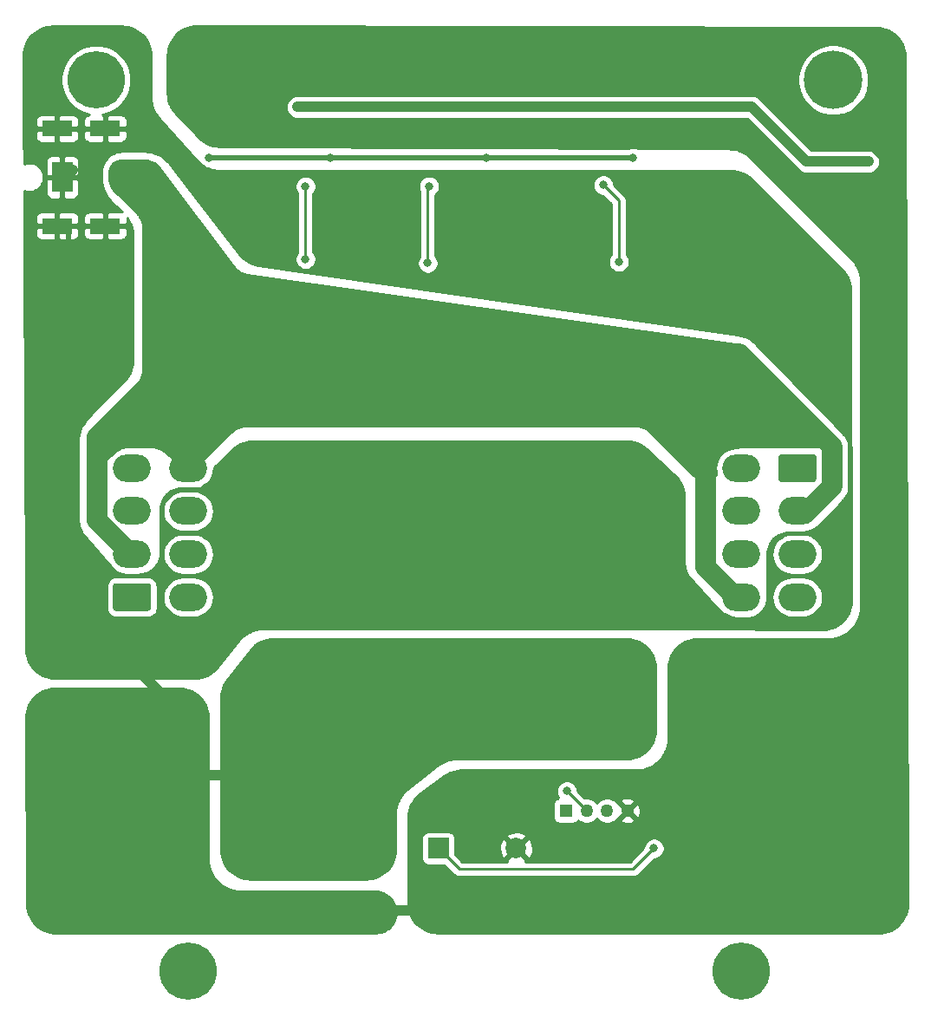
<source format=gbl>
G04 #@! TF.GenerationSoftware,KiCad,Pcbnew,(5.1.10-1-10_14)*
G04 #@! TF.CreationDate,2022-01-28T00:17:01+09:00*
G04 #@! TF.ProjectId,TireWarmer power board,54697265-5761-4726-9d65-7220706f7765,2.0*
G04 #@! TF.SameCoordinates,Original*
G04 #@! TF.FileFunction,Copper,L2,Bot*
G04 #@! TF.FilePolarity,Positive*
%FSLAX46Y46*%
G04 Gerber Fmt 4.6, Leading zero omitted, Abs format (unit mm)*
G04 Created by KiCad (PCBNEW (5.1.10-1-10_14)) date 2022-01-28 00:17:01*
%MOMM*%
%LPD*%
G01*
G04 APERTURE LIST*
G04 #@! TA.AperFunction,ConnectorPad*
%ADD10C,5.600000*%
G04 #@! TD*
G04 #@! TA.AperFunction,ComponentPad*
%ADD11C,3.600000*%
G04 #@! TD*
G04 #@! TA.AperFunction,ComponentPad*
%ADD12O,3.700000X2.700000*%
G04 #@! TD*
G04 #@! TA.AperFunction,ComponentPad*
%ADD13R,3.000000X1.500000*%
G04 #@! TD*
G04 #@! TA.AperFunction,ComponentPad*
%ADD14R,2.000000X3.000000*%
G04 #@! TD*
G04 #@! TA.AperFunction,ComponentPad*
%ADD15C,2.700000*%
G04 #@! TD*
G04 #@! TA.AperFunction,ComponentPad*
%ADD16C,1.270000*%
G04 #@! TD*
G04 #@! TA.AperFunction,ComponentPad*
%ADD17R,1.270000X1.270000*%
G04 #@! TD*
G04 #@! TA.AperFunction,ConnectorPad*
%ADD18C,5.700000*%
G04 #@! TD*
G04 #@! TA.AperFunction,ComponentPad*
%ADD19C,2.000000*%
G04 #@! TD*
G04 #@! TA.AperFunction,ComponentPad*
%ADD20R,2.000000X2.000000*%
G04 #@! TD*
G04 #@! TA.AperFunction,ViaPad*
%ADD21C,0.800000*%
G04 #@! TD*
G04 #@! TA.AperFunction,Conductor*
%ADD22C,1.000000*%
G04 #@! TD*
G04 #@! TA.AperFunction,Conductor*
%ADD23C,0.500000*%
G04 #@! TD*
G04 #@! TA.AperFunction,Conductor*
%ADD24C,0.250000*%
G04 #@! TD*
G04 #@! TA.AperFunction,Conductor*
%ADD25C,2.000000*%
G04 #@! TD*
G04 #@! TA.AperFunction,Conductor*
%ADD26C,0.254000*%
G04 #@! TD*
G04 #@! TA.AperFunction,Conductor*
%ADD27C,0.100000*%
G04 #@! TD*
G04 APERTURE END LIST*
D10*
G04 #@! TO.P,REF\u002A\u002A,1*
G04 #@! TO.N,N/C*
X122300000Y-157000000D03*
D11*
X122300000Y-157000000D03*
G04 #@! TD*
D10*
G04 #@! TO.P,REF\u002A\u002A,1*
G04 #@! TO.N,N/C*
X68300000Y-157000000D03*
D11*
X68300000Y-157000000D03*
G04 #@! TD*
D10*
G04 #@! TO.P,REF\u002A\u002A,1*
G04 #@! TO.N,N/C*
X59300000Y-70000000D03*
D11*
X59300000Y-70000000D03*
G04 #@! TD*
D12*
G04 #@! TO.P,J2,8*
G04 #@! TO.N,+12V*
X122300000Y-120500000D03*
G04 #@! TO.P,J2,7*
G04 #@! TO.N,+3.3VA*
X122300000Y-116300000D03*
G04 #@! TO.P,J2,6*
X122300000Y-112100000D03*
G04 #@! TO.P,J2,5*
G04 #@! TO.N,Net-(J2-Pad5)*
X122300000Y-107900000D03*
G04 #@! TO.P,J2,4*
G04 #@! TO.N,Net-(J2-Pad4)*
X127800000Y-120500000D03*
G04 #@! TO.P,J2,3*
G04 #@! TO.N,Net-(J2-Pad3)*
X127800000Y-116300000D03*
G04 #@! TO.P,J2,2*
G04 #@! TO.N,+12V*
X127800000Y-112100000D03*
G04 #@! TO.P,J2,1*
G04 #@! TO.N,Net-(J2-Pad1)*
G04 #@! TA.AperFunction,ComponentPad*
G36*
G01*
X126200001Y-106550000D02*
X129399999Y-106550000D01*
G75*
G02*
X129650000Y-106800001I0J-250001D01*
G01*
X129650000Y-108999999D01*
G75*
G02*
X129399999Y-109250000I-250001J0D01*
G01*
X126200001Y-109250000D01*
G75*
G02*
X125950000Y-108999999I0J250001D01*
G01*
X125950000Y-106800001D01*
G75*
G02*
X126200001Y-106550000I250001J0D01*
G01*
G37*
G04 #@! TD.AperFunction*
G04 #@! TD*
G04 #@! TO.P,J1,8*
G04 #@! TO.N,+12V*
X68300000Y-107900000D03*
G04 #@! TO.P,J1,7*
G04 #@! TO.N,+3.3VA*
X68300000Y-112100000D03*
G04 #@! TO.P,J1,6*
X68300000Y-116300000D03*
G04 #@! TO.P,J1,5*
G04 #@! TO.N,Net-(J1-Pad5)*
X68300000Y-120500000D03*
G04 #@! TO.P,J1,4*
G04 #@! TO.N,Net-(J1-Pad4)*
X62800000Y-107900000D03*
G04 #@! TO.P,J1,3*
G04 #@! TO.N,Net-(J1-Pad3)*
X62800000Y-112100000D03*
G04 #@! TO.P,J1,2*
G04 #@! TO.N,+12V*
X62800000Y-116300000D03*
G04 #@! TO.P,J1,1*
G04 #@! TO.N,Net-(J1-Pad1)*
G04 #@! TA.AperFunction,ComponentPad*
G36*
G01*
X64399999Y-121850000D02*
X61200001Y-121850000D01*
G75*
G02*
X60950000Y-121599999I0J250001D01*
G01*
X60950000Y-119400001D01*
G75*
G02*
X61200001Y-119150000I250001J0D01*
G01*
X64399999Y-119150000D01*
G75*
G02*
X64650000Y-119400001I0J-250001D01*
G01*
X64650000Y-121599999D01*
G75*
G02*
X64399999Y-121850000I-250001J0D01*
G01*
G37*
G04 #@! TD.AperFunction*
G04 #@! TD*
D13*
G04 #@! TO.P,J3,2*
G04 #@! TO.N,GND*
X60200000Y-84250000D03*
X60200000Y-74750000D03*
X55500000Y-84250000D03*
X55500000Y-74750000D03*
D14*
X56000000Y-79500000D03*
D15*
G04 #@! TO.P,J3,1*
G04 #@! TO.N,+12V*
X62000000Y-79500000D03*
G04 #@! TD*
D16*
G04 #@! TO.P,J4,4*
G04 #@! TO.N,GND*
X111203740Y-141351000D03*
G04 #@! TO.P,J4,3*
G04 #@! TO.N,+3V3*
X109202220Y-141351000D03*
G04 #@! TO.P,J4,2*
G04 #@! TO.N,Net-(J4-Pad2)*
X107205780Y-141351000D03*
D17*
G04 #@! TO.P,J4,1*
G04 #@! TO.N,Net-(J4-Pad1)*
X105204260Y-141351000D03*
G04 #@! TD*
D18*
G04 #@! TO.P,REF\u002A\u002A,1*
G04 #@! TO.N,N/C*
X131300000Y-70000000D03*
D11*
X131300000Y-70000000D03*
G04 #@! TD*
D19*
G04 #@! TO.P,BZ1,2*
G04 #@! TO.N,GND*
X100330000Y-145034000D03*
D20*
G04 #@! TO.P,BZ1,1*
G04 #@! TO.N,Net-(BZ1-Pad1)*
X92730000Y-145034000D03*
G04 #@! TD*
D21*
G04 #@! TO.N,GND*
X69088000Y-137920000D03*
X105410000Y-130808000D03*
X85344000Y-128524008D03*
X105410000Y-133602000D03*
X85344000Y-125728000D03*
X85344000Y-133602000D03*
X72644000Y-137920000D03*
X105410000Y-125728000D03*
X91948006Y-125728000D03*
X130302000Y-151128000D03*
X67310000Y-146048000D03*
X121666000Y-84328004D03*
X105410000Y-128524008D03*
X85344000Y-130808000D03*
X63499998Y-127000000D03*
X76962000Y-72136000D03*
X90297000Y-71247000D03*
X118237000Y-71247002D03*
X104394000Y-71246998D03*
X87883997Y-84201003D03*
X106679998Y-84201000D03*
G04 #@! TO.N,Net-(BZ1-Pad1)*
X113792000Y-145032000D03*
G04 #@! TO.N,+12V*
X97408996Y-77597000D03*
X70358000Y-77596998D03*
X82169000Y-77597000D03*
X111760000Y-77597000D03*
G04 #@! TO.N,+3V3*
X134746998Y-77977998D03*
X78994000Y-72644002D03*
X92837000Y-72644000D03*
X106934000Y-72644000D03*
X127019250Y-76307750D03*
G04 #@! TO.N,Net-(Q1-Pad3)*
X79756000Y-87503000D03*
X79756000Y-80391002D03*
G04 #@! TO.N,Net-(Q3-Pad3)*
X91694002Y-87883998D03*
X91821000Y-80391000D03*
G04 #@! TO.N,Net-(Q7-Pad3)*
X108839002Y-80264000D03*
X110363000Y-87757000D03*
G04 #@! TO.N,Net-(J4-Pad2)*
X105282996Y-139446000D03*
G04 #@! TD*
D22*
G04 #@! TO.N,GND*
X105410000Y-130808000D02*
X105410000Y-129792000D01*
X85344000Y-128268000D02*
X85344000Y-127252000D01*
X85344000Y-128268000D02*
X85344000Y-129792000D01*
X85344000Y-127252000D02*
X105410000Y-127252000D01*
X85344000Y-129792000D02*
X105410000Y-129792000D01*
X69088000Y-137920000D02*
X69088000Y-133348000D01*
X105410000Y-133602000D02*
X105410000Y-131062000D01*
X85344000Y-129792000D02*
X85344000Y-131191002D01*
X85344000Y-133604000D02*
X85344000Y-131191002D01*
X81028000Y-137920000D02*
X85344000Y-133604000D01*
X72644000Y-137920000D02*
X81028000Y-137920000D01*
X85344000Y-125728000D02*
X85344000Y-127252000D01*
X69088000Y-137920000D02*
X72644000Y-137920000D01*
X105410000Y-125728000D02*
X105410000Y-127252000D01*
X85344000Y-125728000D02*
X91948006Y-125728000D01*
D23*
X69088000Y-146048000D02*
X67310000Y-146048000D01*
D22*
X70612000Y-151128000D02*
X130302000Y-151128000D01*
X69088000Y-137920000D02*
X69088000Y-149604000D01*
X69088000Y-149604000D02*
X70612000Y-151128000D01*
X56500000Y-79320000D02*
X57000000Y-78820000D01*
D24*
X56388000Y-74182000D02*
X56500000Y-74070000D01*
X57000000Y-78820000D02*
X56388000Y-78208000D01*
X100836000Y-142748000D02*
X100330000Y-143254000D01*
X100330000Y-143254000D02*
X100310000Y-143254000D01*
X109806740Y-142748000D02*
X100836000Y-142748000D01*
X111203740Y-141351000D02*
X109806740Y-142748000D01*
D22*
X105410000Y-128650998D02*
X105410000Y-128524008D01*
X105410000Y-129792000D02*
X105410000Y-128650998D01*
X105410000Y-127252000D02*
X105410000Y-128650998D01*
X63499998Y-126999998D02*
X63499998Y-127000000D01*
X56600000Y-120100000D02*
X63499998Y-126999998D01*
X63500000Y-127000002D02*
X63499998Y-127000000D01*
X63500000Y-127762000D02*
X63500000Y-127000002D01*
X69088000Y-133350000D02*
X63500000Y-127762000D01*
D23*
X76962000Y-72136000D02*
X77851000Y-71247000D01*
X77851000Y-71247000D02*
X90297000Y-71247000D01*
X118237000Y-71247002D02*
X104394004Y-71247002D01*
X104394004Y-71247002D02*
X104394000Y-71246998D01*
X104393998Y-71247000D02*
X104394000Y-71246998D01*
X90297000Y-71247000D02*
X104393998Y-71247000D01*
X125222002Y-71247002D02*
X118237000Y-71247002D01*
X136144000Y-145286000D02*
X136144000Y-77724000D01*
X129667000Y-75692000D02*
X125222002Y-71247002D01*
X134112000Y-75692000D02*
X129667000Y-75692000D01*
X136144000Y-77724000D02*
X134112000Y-75692000D01*
X130302000Y-151128000D02*
X136144000Y-145286000D01*
X61150000Y-74700000D02*
X61200000Y-74750000D01*
X56500000Y-74750000D02*
X56550000Y-74700000D01*
X56600000Y-84350000D02*
X56600000Y-120100000D01*
X56500000Y-84250000D02*
X56600000Y-84350000D01*
D24*
G04 #@! TO.N,Net-(BZ1-Pad1)*
X113792000Y-145034000D02*
X113792000Y-145032000D01*
X94762000Y-147066000D02*
X111760000Y-147066000D01*
X111760000Y-147066000D02*
X113792000Y-145034000D01*
X92730000Y-145034000D02*
X94762000Y-147066000D01*
D25*
G04 #@! TO.N,+12V*
X73800000Y-96914000D02*
X73660000Y-96774000D01*
X68300000Y-107400000D02*
X73800000Y-101900000D01*
X73800000Y-101900000D02*
X73800000Y-96914000D01*
X62706000Y-116300000D02*
X62800000Y-116300000D01*
X59436000Y-113030000D02*
X62706000Y-116300000D01*
X59436000Y-104902000D02*
X59436000Y-113030000D01*
X67818000Y-96520000D02*
X59436000Y-104902000D01*
X118872000Y-105410000D02*
X110744000Y-97282000D01*
X118872000Y-117602000D02*
X118872000Y-105410000D01*
X121770000Y-120500000D02*
X118872000Y-117602000D01*
X122300000Y-120500000D02*
X121770000Y-120500000D01*
X122174000Y-96774000D02*
X68072000Y-96774000D01*
X131191000Y-105791000D02*
X122174000Y-96774000D01*
X131191000Y-109728000D02*
X131191000Y-105791000D01*
X128819000Y-112100000D02*
X131191000Y-109728000D01*
X68072000Y-96774000D02*
X67818000Y-96520000D01*
X127800000Y-112100000D02*
X128819000Y-112100000D01*
D24*
X70358002Y-77597000D02*
X70358000Y-77596998D01*
D23*
X70358002Y-77597000D02*
X82169000Y-77597000D01*
X97408996Y-77597000D02*
X82169000Y-77597000D01*
X97408996Y-77597000D02*
X111760000Y-77597000D01*
D25*
X66294000Y-82804000D02*
X66294000Y-86614000D01*
X67818000Y-88138000D02*
X67818000Y-96520000D01*
X63000000Y-79510000D02*
X66294000Y-82804000D01*
X66294000Y-86614000D02*
X67818000Y-88138000D01*
X63000000Y-79500000D02*
X63000000Y-79510000D01*
D22*
G04 #@! TO.N,+3V3*
X134746998Y-77977998D02*
X128689498Y-77977998D01*
X128689498Y-77977998D02*
X127019250Y-76307750D01*
X78994002Y-72644000D02*
X92837000Y-72644000D01*
X78994000Y-72644002D02*
X78994002Y-72644000D01*
X106934000Y-72644000D02*
X92837000Y-72644000D01*
X123355500Y-72644000D02*
X106934000Y-72644000D01*
X127019250Y-76307750D02*
X123355500Y-72644000D01*
D24*
G04 #@! TO.N,Net-(Q1-Pad3)*
X79756000Y-87503000D02*
X79756000Y-80391002D01*
G04 #@! TO.N,Net-(Q3-Pad3)*
X91694002Y-80517998D02*
X91821000Y-80391000D01*
X91694002Y-87883998D02*
X91694002Y-80517998D01*
G04 #@! TO.N,Net-(Q7-Pad3)*
X110363000Y-81787998D02*
X110363000Y-87757000D01*
X108839002Y-80264000D02*
X110363000Y-81787998D01*
G04 #@! TO.N,Net-(J4-Pad2)*
X107205780Y-141351000D02*
X105300780Y-139446000D01*
X105300780Y-139446000D02*
X105282996Y-139446000D01*
G04 #@! TD*
D26*
G04 #@! TO.N,GND*
X67679646Y-129431263D02*
X67997266Y-129485228D01*
X68306818Y-129574409D01*
X68604468Y-129697700D01*
X68886421Y-129853529D01*
X69149156Y-130039951D01*
X69389376Y-130254624D01*
X69604049Y-130494844D01*
X69790471Y-130757579D01*
X69946300Y-131039532D01*
X70069591Y-131337182D01*
X70158772Y-131646734D01*
X70212737Y-131964354D01*
X70231000Y-132289560D01*
X70231000Y-146096000D01*
X70231200Y-146103121D01*
X70250063Y-146439014D01*
X70251657Y-146453166D01*
X70308010Y-146784836D01*
X70311180Y-146798721D01*
X70404314Y-147121995D01*
X70409017Y-147135438D01*
X70537760Y-147446252D01*
X70543940Y-147459083D01*
X70706674Y-147753528D01*
X70714251Y-147765587D01*
X70908930Y-148039960D01*
X70917809Y-148051095D01*
X71141983Y-148301946D01*
X71152054Y-148312017D01*
X71402905Y-148536191D01*
X71414040Y-148545070D01*
X71688413Y-148739749D01*
X71700472Y-148747326D01*
X71994917Y-148910060D01*
X72007748Y-148916240D01*
X72318562Y-149044983D01*
X72332005Y-149049686D01*
X72655279Y-149142820D01*
X72669164Y-149145990D01*
X73000834Y-149202343D01*
X73014986Y-149203937D01*
X73350879Y-149222800D01*
X73358000Y-149223000D01*
X86496478Y-149223000D01*
X86791718Y-149243716D01*
X87076802Y-149304528D01*
X87350599Y-149404556D01*
X87607748Y-149541842D01*
X87843200Y-149713689D01*
X88052346Y-149916733D01*
X88231091Y-150146999D01*
X88375928Y-150399969D01*
X88484015Y-150670681D01*
X88553241Y-150953842D01*
X88582265Y-151244114D01*
X88572626Y-151504483D01*
X88528453Y-151761472D01*
X88450531Y-152010334D01*
X88340248Y-152246630D01*
X88199555Y-152466184D01*
X88030946Y-152665104D01*
X87837406Y-152839869D01*
X87622375Y-152987372D01*
X87389641Y-153105016D01*
X87143359Y-153190696D01*
X86887873Y-153242907D01*
X86623493Y-153261007D01*
X55443815Y-153315518D01*
X55119307Y-153297903D01*
X54802287Y-153244732D01*
X54493197Y-153156479D01*
X54195914Y-153034254D01*
X53914121Y-152879568D01*
X53651401Y-152694391D01*
X53410993Y-152481005D01*
X53195933Y-152242103D01*
X53008918Y-151980683D01*
X52852266Y-151699988D01*
X52727956Y-151403554D01*
X52637543Y-151095097D01*
X52582154Y-150778468D01*
X52562266Y-150454070D01*
X52466869Y-132304687D01*
X52483540Y-131978282D01*
X52536187Y-131659367D01*
X52624328Y-131348380D01*
X52746846Y-131049268D01*
X52902193Y-130765804D01*
X53088396Y-130501594D01*
X53303099Y-130259974D01*
X53543598Y-130043994D01*
X53806827Y-129856404D01*
X54089458Y-129699575D01*
X54387936Y-129575482D01*
X54698443Y-129485710D01*
X55017090Y-129431386D01*
X55343388Y-129413000D01*
X67354440Y-129413000D01*
X67679646Y-129431263D01*
G04 #@! TA.AperFunction,Conductor*
D27*
G36*
X67679646Y-129431263D02*
G01*
X67997266Y-129485228D01*
X68306818Y-129574409D01*
X68604468Y-129697700D01*
X68886421Y-129853529D01*
X69149156Y-130039951D01*
X69389376Y-130254624D01*
X69604049Y-130494844D01*
X69790471Y-130757579D01*
X69946300Y-131039532D01*
X70069591Y-131337182D01*
X70158772Y-131646734D01*
X70212737Y-131964354D01*
X70231000Y-132289560D01*
X70231000Y-146096000D01*
X70231200Y-146103121D01*
X70250063Y-146439014D01*
X70251657Y-146453166D01*
X70308010Y-146784836D01*
X70311180Y-146798721D01*
X70404314Y-147121995D01*
X70409017Y-147135438D01*
X70537760Y-147446252D01*
X70543940Y-147459083D01*
X70706674Y-147753528D01*
X70714251Y-147765587D01*
X70908930Y-148039960D01*
X70917809Y-148051095D01*
X71141983Y-148301946D01*
X71152054Y-148312017D01*
X71402905Y-148536191D01*
X71414040Y-148545070D01*
X71688413Y-148739749D01*
X71700472Y-148747326D01*
X71994917Y-148910060D01*
X72007748Y-148916240D01*
X72318562Y-149044983D01*
X72332005Y-149049686D01*
X72655279Y-149142820D01*
X72669164Y-149145990D01*
X73000834Y-149202343D01*
X73014986Y-149203937D01*
X73350879Y-149222800D01*
X73358000Y-149223000D01*
X86496478Y-149223000D01*
X86791718Y-149243716D01*
X87076802Y-149304528D01*
X87350599Y-149404556D01*
X87607748Y-149541842D01*
X87843200Y-149713689D01*
X88052346Y-149916733D01*
X88231091Y-150146999D01*
X88375928Y-150399969D01*
X88484015Y-150670681D01*
X88553241Y-150953842D01*
X88582265Y-151244114D01*
X88572626Y-151504483D01*
X88528453Y-151761472D01*
X88450531Y-152010334D01*
X88340248Y-152246630D01*
X88199555Y-152466184D01*
X88030946Y-152665104D01*
X87837406Y-152839869D01*
X87622375Y-152987372D01*
X87389641Y-153105016D01*
X87143359Y-153190696D01*
X86887873Y-153242907D01*
X86623493Y-153261007D01*
X55443815Y-153315518D01*
X55119307Y-153297903D01*
X54802287Y-153244732D01*
X54493197Y-153156479D01*
X54195914Y-153034254D01*
X53914121Y-152879568D01*
X53651401Y-152694391D01*
X53410993Y-152481005D01*
X53195933Y-152242103D01*
X53008918Y-151980683D01*
X52852266Y-151699988D01*
X52727956Y-151403554D01*
X52637543Y-151095097D01*
X52582154Y-150778468D01*
X52562266Y-150454070D01*
X52466869Y-132304687D01*
X52483540Y-131978282D01*
X52536187Y-131659367D01*
X52624328Y-131348380D01*
X52746846Y-131049268D01*
X52902193Y-130765804D01*
X53088396Y-130501594D01*
X53303099Y-130259974D01*
X53543598Y-130043994D01*
X53806827Y-129856404D01*
X54089458Y-129699575D01*
X54387936Y-129575482D01*
X54698443Y-129485710D01*
X55017090Y-129431386D01*
X55343388Y-129413000D01*
X67354440Y-129413000D01*
X67679646Y-129431263D01*
G37*
G04 #@! TD.AperFunction*
G04 #@! TD*
D26*
G04 #@! TO.N,+12V*
X64269539Y-77867752D02*
X64513021Y-77916881D01*
X64747866Y-77997802D01*
X64969932Y-78109091D01*
X65175313Y-78248788D01*
X65360405Y-78414442D01*
X65524682Y-78606332D01*
X72679625Y-88182948D01*
X72684832Y-88189460D01*
X72855383Y-88388961D01*
X72867021Y-88400891D01*
X73062228Y-88576341D01*
X73075328Y-88586645D01*
X73291829Y-88735022D01*
X73306165Y-88743521D01*
X73540231Y-88862269D01*
X73555557Y-88868818D01*
X73803158Y-88955893D01*
X73819210Y-88960379D01*
X74076082Y-89014280D01*
X74084293Y-89015724D01*
X121745262Y-95789247D01*
X121985310Y-95839307D01*
X122213073Y-95918454D01*
X122428782Y-96026210D01*
X122628860Y-96160792D01*
X122813061Y-96322667D01*
X130414949Y-103924555D01*
X130557590Y-104094065D01*
X130666414Y-104280735D01*
X130741740Y-104483265D01*
X130781346Y-104695675D01*
X130784072Y-104911736D01*
X130749925Y-105124530D01*
X130694388Y-105281692D01*
X130610537Y-105425103D01*
X130501184Y-105550165D01*
X130370246Y-105652399D01*
X130222396Y-105728155D01*
X130062930Y-105774720D01*
X129891529Y-105791000D01*
X122521068Y-105791000D01*
X122512287Y-105791304D01*
X122236382Y-105810426D01*
X122218988Y-105812849D01*
X121948360Y-105869850D01*
X121931466Y-105874649D01*
X121819530Y-105915000D01*
X121702490Y-105915000D01*
X121410872Y-105943722D01*
X121036698Y-106057226D01*
X120691857Y-106241547D01*
X120389602Y-106489602D01*
X120141547Y-106791857D01*
X119957226Y-107136698D01*
X119843722Y-107510872D01*
X119805396Y-107900000D01*
X119843722Y-108289128D01*
X119886665Y-108430692D01*
X119863807Y-108476407D01*
X119753212Y-108654422D01*
X119615807Y-108804775D01*
X119453145Y-108927366D01*
X119270746Y-109018033D01*
X119074819Y-109073691D01*
X118871121Y-109092539D01*
X118604151Y-109071528D01*
X118342891Y-109008805D01*
X118094656Y-108905982D01*
X117865572Y-108765600D01*
X117657469Y-108587863D01*
X113451589Y-104381983D01*
X113445523Y-104376302D01*
X113248833Y-104203809D01*
X113235653Y-104193696D01*
X113018130Y-104048352D01*
X113003744Y-104040046D01*
X112769111Y-103924338D01*
X112753763Y-103917981D01*
X112506034Y-103833888D01*
X112489987Y-103829588D01*
X112233401Y-103778550D01*
X112216931Y-103776382D01*
X111955879Y-103759272D01*
X111947573Y-103759000D01*
X73980427Y-103759000D01*
X73972121Y-103759272D01*
X73711069Y-103776382D01*
X73694599Y-103778550D01*
X73438013Y-103829588D01*
X73421966Y-103833888D01*
X73174237Y-103917981D01*
X73158889Y-103924338D01*
X72924256Y-104040046D01*
X72909870Y-104048352D01*
X72692347Y-104193696D01*
X72679167Y-104203809D01*
X72482477Y-104376302D01*
X72476411Y-104381983D01*
X70094919Y-106763475D01*
X69907616Y-106927736D01*
X69703938Y-107063829D01*
X69484232Y-107172175D01*
X69252272Y-107250916D01*
X69012011Y-107298707D01*
X68763417Y-107315000D01*
X67980753Y-107315000D01*
X67736312Y-107299248D01*
X67499930Y-107253039D01*
X67271432Y-107176873D01*
X67054605Y-107072014D01*
X66849594Y-106937945D01*
X65887533Y-106216400D01*
X65880842Y-106211710D01*
X65665565Y-106070928D01*
X65651348Y-106062886D01*
X65419783Y-105950899D01*
X65404652Y-105944748D01*
X65160629Y-105863407D01*
X65144833Y-105859249D01*
X64892389Y-105809900D01*
X64876191Y-105807804D01*
X64619500Y-105791263D01*
X64611333Y-105791000D01*
X62510326Y-105791000D01*
X62500798Y-105791358D01*
X62201555Y-105813871D01*
X62182714Y-105816722D01*
X61890207Y-105883756D01*
X61872005Y-105889394D01*
X61592821Y-105999438D01*
X61575666Y-106007736D01*
X61316089Y-106158314D01*
X61300370Y-106169085D01*
X61246268Y-106212464D01*
X61191857Y-106241547D01*
X60889602Y-106489602D01*
X60778855Y-106624547D01*
X60198054Y-107166628D01*
X60020644Y-107308875D01*
X59828079Y-107420580D01*
X59620973Y-107502214D01*
X59403986Y-107551940D01*
X59185357Y-107568389D01*
X59047641Y-107550706D01*
X58921999Y-107500073D01*
X58813224Y-107419342D01*
X58728370Y-107313747D01*
X58672944Y-107190143D01*
X58649189Y-107048476D01*
X58580658Y-105266666D01*
X58588551Y-105005477D01*
X58631390Y-104752143D01*
X58708501Y-104507057D01*
X58818436Y-104274829D01*
X58959120Y-104059836D01*
X59130774Y-103862832D01*
X63258017Y-99735589D01*
X63263698Y-99729523D01*
X63436191Y-99532833D01*
X63446304Y-99519653D01*
X63591648Y-99302130D01*
X63599954Y-99287744D01*
X63715662Y-99053111D01*
X63722019Y-99037763D01*
X63806112Y-98790034D01*
X63810412Y-98773987D01*
X63861450Y-98517401D01*
X63863618Y-98500931D01*
X63880728Y-98239879D01*
X63881000Y-98231573D01*
X63881000Y-84417491D01*
X63880714Y-84408978D01*
X63862740Y-84141447D01*
X63860463Y-84124574D01*
X63806865Y-83861853D01*
X63802351Y-83845435D01*
X63714091Y-83592244D01*
X63707421Y-83576578D01*
X63586086Y-83337468D01*
X63577381Y-83322835D01*
X63425152Y-83102105D01*
X63414567Y-83088769D01*
X63234180Y-82890385D01*
X63228242Y-82884278D01*
X61156871Y-80892575D01*
X60985104Y-80703672D01*
X60842558Y-80496981D01*
X60728947Y-80273093D01*
X60646303Y-80036012D01*
X60596116Y-79790011D01*
X60579000Y-79535253D01*
X60579000Y-79063048D01*
X60597808Y-78848078D01*
X60652218Y-78645015D01*
X60741060Y-78454492D01*
X60861636Y-78282293D01*
X61010293Y-78133636D01*
X61182492Y-78013060D01*
X61373015Y-77924218D01*
X61576078Y-77869808D01*
X61791048Y-77851000D01*
X64017488Y-77851000D01*
X64269539Y-77867752D01*
G04 #@! TA.AperFunction,Conductor*
D27*
G36*
X64269539Y-77867752D02*
G01*
X64513021Y-77916881D01*
X64747866Y-77997802D01*
X64969932Y-78109091D01*
X65175313Y-78248788D01*
X65360405Y-78414442D01*
X65524682Y-78606332D01*
X72679625Y-88182948D01*
X72684832Y-88189460D01*
X72855383Y-88388961D01*
X72867021Y-88400891D01*
X73062228Y-88576341D01*
X73075328Y-88586645D01*
X73291829Y-88735022D01*
X73306165Y-88743521D01*
X73540231Y-88862269D01*
X73555557Y-88868818D01*
X73803158Y-88955893D01*
X73819210Y-88960379D01*
X74076082Y-89014280D01*
X74084293Y-89015724D01*
X121745262Y-95789247D01*
X121985310Y-95839307D01*
X122213073Y-95918454D01*
X122428782Y-96026210D01*
X122628860Y-96160792D01*
X122813061Y-96322667D01*
X130414949Y-103924555D01*
X130557590Y-104094065D01*
X130666414Y-104280735D01*
X130741740Y-104483265D01*
X130781346Y-104695675D01*
X130784072Y-104911736D01*
X130749925Y-105124530D01*
X130694388Y-105281692D01*
X130610537Y-105425103D01*
X130501184Y-105550165D01*
X130370246Y-105652399D01*
X130222396Y-105728155D01*
X130062930Y-105774720D01*
X129891529Y-105791000D01*
X122521068Y-105791000D01*
X122512287Y-105791304D01*
X122236382Y-105810426D01*
X122218988Y-105812849D01*
X121948360Y-105869850D01*
X121931466Y-105874649D01*
X121819530Y-105915000D01*
X121702490Y-105915000D01*
X121410872Y-105943722D01*
X121036698Y-106057226D01*
X120691857Y-106241547D01*
X120389602Y-106489602D01*
X120141547Y-106791857D01*
X119957226Y-107136698D01*
X119843722Y-107510872D01*
X119805396Y-107900000D01*
X119843722Y-108289128D01*
X119886665Y-108430692D01*
X119863807Y-108476407D01*
X119753212Y-108654422D01*
X119615807Y-108804775D01*
X119453145Y-108927366D01*
X119270746Y-109018033D01*
X119074819Y-109073691D01*
X118871121Y-109092539D01*
X118604151Y-109071528D01*
X118342891Y-109008805D01*
X118094656Y-108905982D01*
X117865572Y-108765600D01*
X117657469Y-108587863D01*
X113451589Y-104381983D01*
X113445523Y-104376302D01*
X113248833Y-104203809D01*
X113235653Y-104193696D01*
X113018130Y-104048352D01*
X113003744Y-104040046D01*
X112769111Y-103924338D01*
X112753763Y-103917981D01*
X112506034Y-103833888D01*
X112489987Y-103829588D01*
X112233401Y-103778550D01*
X112216931Y-103776382D01*
X111955879Y-103759272D01*
X111947573Y-103759000D01*
X73980427Y-103759000D01*
X73972121Y-103759272D01*
X73711069Y-103776382D01*
X73694599Y-103778550D01*
X73438013Y-103829588D01*
X73421966Y-103833888D01*
X73174237Y-103917981D01*
X73158889Y-103924338D01*
X72924256Y-104040046D01*
X72909870Y-104048352D01*
X72692347Y-104193696D01*
X72679167Y-104203809D01*
X72482477Y-104376302D01*
X72476411Y-104381983D01*
X70094919Y-106763475D01*
X69907616Y-106927736D01*
X69703938Y-107063829D01*
X69484232Y-107172175D01*
X69252272Y-107250916D01*
X69012011Y-107298707D01*
X68763417Y-107315000D01*
X67980753Y-107315000D01*
X67736312Y-107299248D01*
X67499930Y-107253039D01*
X67271432Y-107176873D01*
X67054605Y-107072014D01*
X66849594Y-106937945D01*
X65887533Y-106216400D01*
X65880842Y-106211710D01*
X65665565Y-106070928D01*
X65651348Y-106062886D01*
X65419783Y-105950899D01*
X65404652Y-105944748D01*
X65160629Y-105863407D01*
X65144833Y-105859249D01*
X64892389Y-105809900D01*
X64876191Y-105807804D01*
X64619500Y-105791263D01*
X64611333Y-105791000D01*
X62510326Y-105791000D01*
X62500798Y-105791358D01*
X62201555Y-105813871D01*
X62182714Y-105816722D01*
X61890207Y-105883756D01*
X61872005Y-105889394D01*
X61592821Y-105999438D01*
X61575666Y-106007736D01*
X61316089Y-106158314D01*
X61300370Y-106169085D01*
X61246268Y-106212464D01*
X61191857Y-106241547D01*
X60889602Y-106489602D01*
X60778855Y-106624547D01*
X60198054Y-107166628D01*
X60020644Y-107308875D01*
X59828079Y-107420580D01*
X59620973Y-107502214D01*
X59403986Y-107551940D01*
X59185357Y-107568389D01*
X59047641Y-107550706D01*
X58921999Y-107500073D01*
X58813224Y-107419342D01*
X58728370Y-107313747D01*
X58672944Y-107190143D01*
X58649189Y-107048476D01*
X58580658Y-105266666D01*
X58588551Y-105005477D01*
X58631390Y-104752143D01*
X58708501Y-104507057D01*
X58818436Y-104274829D01*
X58959120Y-104059836D01*
X59130774Y-103862832D01*
X63258017Y-99735589D01*
X63263698Y-99729523D01*
X63436191Y-99532833D01*
X63446304Y-99519653D01*
X63591648Y-99302130D01*
X63599954Y-99287744D01*
X63715662Y-99053111D01*
X63722019Y-99037763D01*
X63806112Y-98790034D01*
X63810412Y-98773987D01*
X63861450Y-98517401D01*
X63863618Y-98500931D01*
X63880728Y-98239879D01*
X63881000Y-98231573D01*
X63881000Y-84417491D01*
X63880714Y-84408978D01*
X63862740Y-84141447D01*
X63860463Y-84124574D01*
X63806865Y-83861853D01*
X63802351Y-83845435D01*
X63714091Y-83592244D01*
X63707421Y-83576578D01*
X63586086Y-83337468D01*
X63577381Y-83322835D01*
X63425152Y-83102105D01*
X63414567Y-83088769D01*
X63234180Y-82890385D01*
X63228242Y-82884278D01*
X61156871Y-80892575D01*
X60985104Y-80703672D01*
X60842558Y-80496981D01*
X60728947Y-80273093D01*
X60646303Y-80036012D01*
X60596116Y-79790011D01*
X60579000Y-79535253D01*
X60579000Y-79063048D01*
X60597808Y-78848078D01*
X60652218Y-78645015D01*
X60741060Y-78454492D01*
X60861636Y-78282293D01*
X61010293Y-78133636D01*
X61182492Y-78013060D01*
X61373015Y-77924218D01*
X61576078Y-77869808D01*
X61791048Y-77851000D01*
X64017488Y-77851000D01*
X64269539Y-77867752D01*
G37*
G04 #@! TD.AperFunction*
G04 #@! TD*
D26*
G04 #@! TO.N,GND*
X111367646Y-124605263D02*
X111685266Y-124659228D01*
X111994818Y-124748409D01*
X112292468Y-124871700D01*
X112574421Y-125027529D01*
X112837156Y-125213951D01*
X113077376Y-125428624D01*
X113292049Y-125668844D01*
X113478471Y-125931579D01*
X113634300Y-126213532D01*
X113757591Y-126511182D01*
X113846772Y-126820734D01*
X113900737Y-127138354D01*
X113919000Y-127463560D01*
X113919000Y-133394440D01*
X113900737Y-133719646D01*
X113846772Y-134037266D01*
X113757591Y-134346818D01*
X113634300Y-134644468D01*
X113478471Y-134926421D01*
X113292049Y-135189156D01*
X113077376Y-135429376D01*
X112837156Y-135644049D01*
X112574421Y-135830471D01*
X112292468Y-135986300D01*
X111994818Y-136109591D01*
X111685266Y-136198772D01*
X111367646Y-136252737D01*
X111042440Y-136271000D01*
X94513487Y-136271000D01*
X94506418Y-136271197D01*
X94172964Y-136289787D01*
X94158914Y-136291358D01*
X93829592Y-136346896D01*
X93815802Y-136350020D01*
X93494694Y-136441819D01*
X93481338Y-136446456D01*
X93172424Y-136573377D01*
X93159666Y-136579469D01*
X92866773Y-136739940D01*
X92854771Y-136747413D01*
X92581530Y-136939446D01*
X92575860Y-136943672D01*
X89708372Y-139207478D01*
X89702878Y-139212073D01*
X89449622Y-139436308D01*
X89439453Y-139446390D01*
X89213050Y-139697711D01*
X89204080Y-139708874D01*
X89007408Y-139984084D01*
X88999753Y-139996185D01*
X88835313Y-140291785D01*
X88829068Y-140304672D01*
X88698951Y-140616906D01*
X88694197Y-140630413D01*
X88600056Y-140955309D01*
X88596852Y-140969265D01*
X88539884Y-141302694D01*
X88538272Y-141316923D01*
X88519202Y-141654646D01*
X88519000Y-141661806D01*
X88519000Y-145125673D01*
X88500737Y-145450879D01*
X88446772Y-145768499D01*
X88357591Y-146078051D01*
X88234300Y-146375701D01*
X88078471Y-146657654D01*
X87892049Y-146920389D01*
X87677376Y-147160609D01*
X87437156Y-147375282D01*
X87174421Y-147561704D01*
X86892468Y-147717533D01*
X86594818Y-147840824D01*
X86285266Y-147930005D01*
X85967646Y-147983970D01*
X85642440Y-148002233D01*
X74377560Y-148002233D01*
X74052354Y-147983970D01*
X73734734Y-147930005D01*
X73425182Y-147840824D01*
X73127532Y-147717533D01*
X72845579Y-147561704D01*
X72582844Y-147375282D01*
X72342624Y-147160609D01*
X72127951Y-146920389D01*
X71941529Y-146657654D01*
X71785700Y-146375701D01*
X71662409Y-146078051D01*
X71573228Y-145768499D01*
X71519263Y-145450879D01*
X71501000Y-145125673D01*
X71501000Y-130331022D01*
X71518999Y-130008175D01*
X71572183Y-129692810D01*
X71660090Y-129385317D01*
X71781627Y-129089507D01*
X71935296Y-128809029D01*
X72121228Y-128544468D01*
X74380621Y-125682571D01*
X74597724Y-125437369D01*
X74838387Y-125220568D01*
X75101933Y-125032231D01*
X75384996Y-124874765D01*
X75683992Y-124750165D01*
X75995106Y-124660017D01*
X76314404Y-124605464D01*
X76641389Y-124587000D01*
X111042440Y-124587000D01*
X111367646Y-124605263D01*
G04 #@! TA.AperFunction,Conductor*
D27*
G36*
X111367646Y-124605263D02*
G01*
X111685266Y-124659228D01*
X111994818Y-124748409D01*
X112292468Y-124871700D01*
X112574421Y-125027529D01*
X112837156Y-125213951D01*
X113077376Y-125428624D01*
X113292049Y-125668844D01*
X113478471Y-125931579D01*
X113634300Y-126213532D01*
X113757591Y-126511182D01*
X113846772Y-126820734D01*
X113900737Y-127138354D01*
X113919000Y-127463560D01*
X113919000Y-133394440D01*
X113900737Y-133719646D01*
X113846772Y-134037266D01*
X113757591Y-134346818D01*
X113634300Y-134644468D01*
X113478471Y-134926421D01*
X113292049Y-135189156D01*
X113077376Y-135429376D01*
X112837156Y-135644049D01*
X112574421Y-135830471D01*
X112292468Y-135986300D01*
X111994818Y-136109591D01*
X111685266Y-136198772D01*
X111367646Y-136252737D01*
X111042440Y-136271000D01*
X94513487Y-136271000D01*
X94506418Y-136271197D01*
X94172964Y-136289787D01*
X94158914Y-136291358D01*
X93829592Y-136346896D01*
X93815802Y-136350020D01*
X93494694Y-136441819D01*
X93481338Y-136446456D01*
X93172424Y-136573377D01*
X93159666Y-136579469D01*
X92866773Y-136739940D01*
X92854771Y-136747413D01*
X92581530Y-136939446D01*
X92575860Y-136943672D01*
X89708372Y-139207478D01*
X89702878Y-139212073D01*
X89449622Y-139436308D01*
X89439453Y-139446390D01*
X89213050Y-139697711D01*
X89204080Y-139708874D01*
X89007408Y-139984084D01*
X88999753Y-139996185D01*
X88835313Y-140291785D01*
X88829068Y-140304672D01*
X88698951Y-140616906D01*
X88694197Y-140630413D01*
X88600056Y-140955309D01*
X88596852Y-140969265D01*
X88539884Y-141302694D01*
X88538272Y-141316923D01*
X88519202Y-141654646D01*
X88519000Y-141661806D01*
X88519000Y-145125673D01*
X88500737Y-145450879D01*
X88446772Y-145768499D01*
X88357591Y-146078051D01*
X88234300Y-146375701D01*
X88078471Y-146657654D01*
X87892049Y-146920389D01*
X87677376Y-147160609D01*
X87437156Y-147375282D01*
X87174421Y-147561704D01*
X86892468Y-147717533D01*
X86594818Y-147840824D01*
X86285266Y-147930005D01*
X85967646Y-147983970D01*
X85642440Y-148002233D01*
X74377560Y-148002233D01*
X74052354Y-147983970D01*
X73734734Y-147930005D01*
X73425182Y-147840824D01*
X73127532Y-147717533D01*
X72845579Y-147561704D01*
X72582844Y-147375282D01*
X72342624Y-147160609D01*
X72127951Y-146920389D01*
X71941529Y-146657654D01*
X71785700Y-146375701D01*
X71662409Y-146078051D01*
X71573228Y-145768499D01*
X71519263Y-145450879D01*
X71501000Y-145125673D01*
X71501000Y-130331022D01*
X71518999Y-130008175D01*
X71572183Y-129692810D01*
X71660090Y-129385317D01*
X71781627Y-129089507D01*
X71935296Y-128809029D01*
X72121228Y-128544468D01*
X74380621Y-125682571D01*
X74597724Y-125437369D01*
X74838387Y-125220568D01*
X75101933Y-125032231D01*
X75384996Y-124874765D01*
X75683992Y-124750165D01*
X75995106Y-124660017D01*
X76314404Y-124605464D01*
X76641389Y-124587000D01*
X111042440Y-124587000D01*
X111367646Y-124605263D01*
G37*
G04 #@! TD.AperFunction*
G04 #@! TD*
D26*
G04 #@! TO.N,GND*
X62091646Y-64788263D02*
X62409266Y-64842228D01*
X62718818Y-64931409D01*
X63016468Y-65054700D01*
X63298421Y-65210529D01*
X63561156Y-65396951D01*
X63801376Y-65611624D01*
X64016049Y-65851844D01*
X64202471Y-66114579D01*
X64358300Y-66396532D01*
X64481591Y-66694182D01*
X64570772Y-67003734D01*
X64624737Y-67321354D01*
X64643000Y-67646560D01*
X64643000Y-71625876D01*
X64643234Y-71633589D01*
X64665367Y-71997330D01*
X64667238Y-72012643D01*
X64733310Y-72371018D01*
X64737023Y-72385992D01*
X64846060Y-72733711D01*
X64851562Y-72748123D01*
X65001954Y-73080057D01*
X65009162Y-73093697D01*
X65198691Y-73404947D01*
X65207500Y-73417611D01*
X65433369Y-73703585D01*
X65438334Y-73709493D01*
X69114785Y-77823617D01*
X69120039Y-77829153D01*
X69375919Y-78083000D01*
X69387377Y-78093076D01*
X69506733Y-78185937D01*
X69554063Y-78256772D01*
X69698226Y-78400935D01*
X69867744Y-78514203D01*
X70056102Y-78592224D01*
X70256061Y-78631998D01*
X70266814Y-78631998D01*
X70335927Y-78662925D01*
X70350204Y-78668309D01*
X70694482Y-78775011D01*
X70709301Y-78778645D01*
X71063890Y-78843289D01*
X71079039Y-78845119D01*
X71438822Y-78866771D01*
X71446451Y-78867000D01*
X121250578Y-78867000D01*
X121574565Y-78885125D01*
X121890988Y-78938678D01*
X122199462Y-79027190D01*
X122496154Y-79149562D01*
X122777338Y-79304259D01*
X123039507Y-79489350D01*
X123282064Y-79704898D01*
X132123460Y-88493351D01*
X132341072Y-88735369D01*
X132528156Y-88997288D01*
X132684771Y-89278504D01*
X132808943Y-89575473D01*
X132899113Y-89884464D01*
X132954150Y-90201606D01*
X132973578Y-90526487D01*
X133084832Y-120787418D01*
X133067505Y-121115067D01*
X133013937Y-121435101D01*
X132924612Y-121747070D01*
X132800679Y-122046968D01*
X132643712Y-122330981D01*
X132455720Y-122595476D01*
X132239095Y-122837086D01*
X131996610Y-123052720D01*
X131731355Y-123239631D01*
X131446701Y-123395442D01*
X131146302Y-123518153D01*
X130833983Y-123606204D01*
X130513714Y-123658471D01*
X130186011Y-123674463D01*
X117169969Y-123573602D01*
X117169480Y-123573599D01*
X117146409Y-123573509D01*
X117145921Y-123573508D01*
X75621921Y-123571085D01*
X75614761Y-123571287D01*
X75277015Y-123590340D01*
X75262786Y-123591951D01*
X74929333Y-123648906D01*
X74915375Y-123652109D01*
X74590454Y-123746243D01*
X74576945Y-123750997D01*
X74264687Y-123881113D01*
X74251800Y-123887358D01*
X73956176Y-124051801D01*
X73944074Y-124059457D01*
X73668843Y-124256136D01*
X73657679Y-124265106D01*
X73406340Y-124491521D01*
X73396257Y-124501690D01*
X73172006Y-124754962D01*
X73167411Y-124760457D01*
X71161379Y-127301429D01*
X70944276Y-127546631D01*
X70703613Y-127763432D01*
X70440067Y-127951769D01*
X70157004Y-128109235D01*
X69858008Y-128233835D01*
X69546894Y-128323983D01*
X69227596Y-128378536D01*
X68900611Y-128397000D01*
X55315645Y-128397000D01*
X54991260Y-128378829D01*
X54674420Y-128325134D01*
X54365584Y-128236398D01*
X54068576Y-128113719D01*
X53787127Y-127958637D01*
X53524766Y-127773097D01*
X53284761Y-127559411D01*
X53070126Y-127320261D01*
X52883538Y-127058631D01*
X52727340Y-126777805D01*
X52603486Y-126481298D01*
X52513516Y-126172797D01*
X52458565Y-125856192D01*
X52439104Y-125531868D01*
X52414724Y-119400001D01*
X60311928Y-119400001D01*
X60311928Y-121599999D01*
X60328992Y-121773253D01*
X60379529Y-121939850D01*
X60461595Y-122093386D01*
X60572039Y-122227961D01*
X60706614Y-122338405D01*
X60860150Y-122420471D01*
X61026747Y-122471008D01*
X61200001Y-122488072D01*
X64399999Y-122488072D01*
X64573253Y-122471008D01*
X64739850Y-122420471D01*
X64893386Y-122338405D01*
X65027961Y-122227961D01*
X65138405Y-122093386D01*
X65220471Y-121939850D01*
X65271008Y-121773253D01*
X65288072Y-121599999D01*
X65288072Y-120500000D01*
X65805396Y-120500000D01*
X65843722Y-120889128D01*
X65957226Y-121263302D01*
X66141547Y-121608143D01*
X66389602Y-121910398D01*
X66691857Y-122158453D01*
X67036698Y-122342774D01*
X67410872Y-122456278D01*
X67702490Y-122485000D01*
X68897510Y-122485000D01*
X69189128Y-122456278D01*
X69563302Y-122342774D01*
X69908143Y-122158453D01*
X70210398Y-121910398D01*
X70458453Y-121608143D01*
X70642774Y-121263302D01*
X70756278Y-120889128D01*
X70794604Y-120500000D01*
X70756278Y-120110872D01*
X70642774Y-119736698D01*
X70458453Y-119391857D01*
X70210398Y-119089602D01*
X69908143Y-118841547D01*
X69563302Y-118657226D01*
X69189128Y-118543722D01*
X68897510Y-118515000D01*
X67702490Y-118515000D01*
X67410872Y-118543722D01*
X67036698Y-118657226D01*
X66691857Y-118841547D01*
X66389602Y-119089602D01*
X66141547Y-119391857D01*
X65957226Y-119736698D01*
X65843722Y-120110872D01*
X65805396Y-120500000D01*
X65288072Y-120500000D01*
X65288072Y-119400001D01*
X65271008Y-119226747D01*
X65220471Y-119060150D01*
X65138405Y-118906614D01*
X65027961Y-118772039D01*
X64893386Y-118661595D01*
X64739850Y-118579529D01*
X64573253Y-118528992D01*
X64399999Y-118511928D01*
X61200001Y-118511928D01*
X61026747Y-118528992D01*
X60860150Y-118579529D01*
X60706614Y-118661595D01*
X60572039Y-118772039D01*
X60461595Y-118906614D01*
X60379529Y-119060150D01*
X60328992Y-119226747D01*
X60311928Y-119400001D01*
X52414724Y-119400001D01*
X52358625Y-105291201D01*
X57527192Y-105291201D01*
X57534868Y-112697435D01*
X57535115Y-112705228D01*
X57558091Y-113072713D01*
X57560017Y-113088181D01*
X57627838Y-113450084D01*
X57631644Y-113465199D01*
X57743289Y-113816067D01*
X57748918Y-113830603D01*
X57902704Y-114165152D01*
X57910071Y-114178888D01*
X58103682Y-114492078D01*
X58112676Y-114504809D01*
X58343196Y-114791922D01*
X58348262Y-114797849D01*
X60527245Y-117194298D01*
X60641547Y-117408143D01*
X60889602Y-117710398D01*
X61191857Y-117958453D01*
X61536698Y-118142774D01*
X61910872Y-118256278D01*
X62202490Y-118285000D01*
X63397510Y-118285000D01*
X63689128Y-118256278D01*
X63881923Y-118197795D01*
X64081587Y-118154360D01*
X64098973Y-118149255D01*
X64362126Y-118051104D01*
X64378609Y-118043576D01*
X64625116Y-117908973D01*
X64640359Y-117899177D01*
X64865201Y-117730862D01*
X64878896Y-117718996D01*
X65077496Y-117520396D01*
X65089362Y-117506701D01*
X65257677Y-117281859D01*
X65267473Y-117266616D01*
X65402076Y-117020109D01*
X65409604Y-117003626D01*
X65507755Y-116740473D01*
X65512860Y-116723087D01*
X65572562Y-116448643D01*
X65575140Y-116430707D01*
X65584488Y-116300000D01*
X65805396Y-116300000D01*
X65843722Y-116689128D01*
X65957226Y-117063302D01*
X66141547Y-117408143D01*
X66389602Y-117710398D01*
X66691857Y-117958453D01*
X67036698Y-118142774D01*
X67410872Y-118256278D01*
X67702490Y-118285000D01*
X68897510Y-118285000D01*
X69189128Y-118256278D01*
X69563302Y-118142774D01*
X69908143Y-117958453D01*
X70210398Y-117710398D01*
X70458453Y-117408143D01*
X70642774Y-117063302D01*
X70756278Y-116689128D01*
X70794604Y-116300000D01*
X70756278Y-115910872D01*
X70642774Y-115536698D01*
X70458453Y-115191857D01*
X70210398Y-114889602D01*
X69908143Y-114641547D01*
X69563302Y-114457226D01*
X69189128Y-114343722D01*
X68897510Y-114315000D01*
X67702490Y-114315000D01*
X67410872Y-114343722D01*
X67036698Y-114457226D01*
X66691857Y-114641547D01*
X66389602Y-114889602D01*
X66141547Y-115191857D01*
X65957226Y-115536698D01*
X65843722Y-115910872D01*
X65805396Y-116300000D01*
X65584488Y-116300000D01*
X65595176Y-116150560D01*
X65595500Y-116141500D01*
X65595500Y-112100000D01*
X65805396Y-112100000D01*
X65843722Y-112489128D01*
X65957226Y-112863302D01*
X66141547Y-113208143D01*
X66389602Y-113510398D01*
X66691857Y-113758453D01*
X67036698Y-113942774D01*
X67410872Y-114056278D01*
X67702490Y-114085000D01*
X68897510Y-114085000D01*
X69189128Y-114056278D01*
X69563302Y-113942774D01*
X69908143Y-113758453D01*
X70210398Y-113510398D01*
X70458453Y-113208143D01*
X70642774Y-112863302D01*
X70756278Y-112489128D01*
X70794604Y-112100000D01*
X70756278Y-111710872D01*
X70642774Y-111336698D01*
X70458453Y-110991857D01*
X70210398Y-110689602D01*
X69908143Y-110441547D01*
X69563302Y-110257226D01*
X69189128Y-110143722D01*
X68897510Y-110115000D01*
X67702490Y-110115000D01*
X67410872Y-110143722D01*
X67036698Y-110257226D01*
X66691857Y-110441547D01*
X66389602Y-110689602D01*
X66141547Y-110991857D01*
X65957226Y-111336698D01*
X65843722Y-111710872D01*
X65805396Y-112100000D01*
X65595500Y-112100000D01*
X65595500Y-111922906D01*
X65613425Y-111649416D01*
X65666085Y-111384679D01*
X65752845Y-111129094D01*
X65872227Y-110887010D01*
X66022182Y-110662586D01*
X66200151Y-110459651D01*
X66403086Y-110281682D01*
X66627510Y-110131727D01*
X66869594Y-110012345D01*
X67125179Y-109925585D01*
X67389916Y-109872925D01*
X67503984Y-109865449D01*
X67702490Y-109885000D01*
X68897510Y-109885000D01*
X69189128Y-109856278D01*
X69193341Y-109855000D01*
X69278500Y-109855000D01*
X69295077Y-109853914D01*
X69442992Y-109834441D01*
X69475016Y-109825860D01*
X69612851Y-109768767D01*
X69641563Y-109752190D01*
X69759925Y-109661368D01*
X69783368Y-109637925D01*
X69799991Y-109616261D01*
X69908143Y-109558453D01*
X70210398Y-109310398D01*
X70458453Y-109008143D01*
X70642774Y-108663302D01*
X70756278Y-108289128D01*
X70794604Y-107900000D01*
X70790157Y-107854847D01*
X72620049Y-106090308D01*
X72860860Y-105882311D01*
X73120099Y-105703882D01*
X73397301Y-105554880D01*
X73689142Y-105437092D01*
X73992102Y-105351937D01*
X74302580Y-105300428D01*
X74620285Y-105283000D01*
X111097127Y-105283000D01*
X111455377Y-105305179D01*
X111804314Y-105370654D01*
X112142485Y-105478661D01*
X112464768Y-105627561D01*
X112766220Y-105815073D01*
X113045299Y-106040809D01*
X115778587Y-108546323D01*
X116017774Y-108793166D01*
X116223853Y-109063555D01*
X116396541Y-109356381D01*
X116533429Y-109667560D01*
X116632599Y-109992730D01*
X116692663Y-110327346D01*
X116713000Y-110670458D01*
X116713000Y-116818285D01*
X116713242Y-116826119D01*
X116736070Y-117195506D01*
X116737999Y-117211054D01*
X116806135Y-117574818D01*
X116809964Y-117590010D01*
X116922372Y-117942617D01*
X116928042Y-117957222D01*
X117083010Y-118293306D01*
X117090435Y-118307102D01*
X117285606Y-118621547D01*
X117294674Y-118634323D01*
X117527077Y-118922344D01*
X117532184Y-118928289D01*
X119918208Y-121538004D01*
X119923452Y-121543408D01*
X120178508Y-121791147D01*
X120189907Y-121800976D01*
X120472483Y-122016799D01*
X120484966Y-122025210D01*
X120643990Y-122119169D01*
X120691857Y-122158453D01*
X121036698Y-122342774D01*
X121410872Y-122456278D01*
X121474424Y-122462537D01*
X121484021Y-122465469D01*
X121498652Y-122469006D01*
X121848609Y-122531925D01*
X121863556Y-122533706D01*
X122218499Y-122554777D01*
X122226025Y-122555000D01*
X122809000Y-122555000D01*
X122818060Y-122554676D01*
X123089170Y-122535286D01*
X123107106Y-122532708D01*
X123372697Y-122474932D01*
X123390083Y-122469827D01*
X123644748Y-122374842D01*
X123661231Y-122367314D01*
X123899786Y-122237053D01*
X123915029Y-122227257D01*
X124132618Y-122064372D01*
X124146313Y-122052506D01*
X124338506Y-121860313D01*
X124350372Y-121846618D01*
X124513257Y-121629029D01*
X124523053Y-121613786D01*
X124653314Y-121375231D01*
X124660842Y-121358748D01*
X124755827Y-121104083D01*
X124760932Y-121086697D01*
X124818708Y-120821106D01*
X124821286Y-120803170D01*
X124840676Y-120532060D01*
X124841000Y-120523000D01*
X124841000Y-120500000D01*
X125305396Y-120500000D01*
X125343722Y-120889128D01*
X125457226Y-121263302D01*
X125641547Y-121608143D01*
X125889602Y-121910398D01*
X126191857Y-122158453D01*
X126536698Y-122342774D01*
X126910872Y-122456278D01*
X127202490Y-122485000D01*
X128397510Y-122485000D01*
X128689128Y-122456278D01*
X129063302Y-122342774D01*
X129408143Y-122158453D01*
X129710398Y-121910398D01*
X129958453Y-121608143D01*
X130142774Y-121263302D01*
X130256278Y-120889128D01*
X130294604Y-120500000D01*
X130256278Y-120110872D01*
X130142774Y-119736698D01*
X129958453Y-119391857D01*
X129710398Y-119089602D01*
X129408143Y-118841547D01*
X129063302Y-118657226D01*
X128689128Y-118543722D01*
X128397510Y-118515000D01*
X127202490Y-118515000D01*
X126910872Y-118543722D01*
X126536698Y-118657226D01*
X126191857Y-118841547D01*
X125889602Y-119089602D01*
X125641547Y-119391857D01*
X125457226Y-119736698D01*
X125343722Y-120110872D01*
X125305396Y-120500000D01*
X124841000Y-120500000D01*
X124841000Y-116336156D01*
X124843369Y-116300000D01*
X125305396Y-116300000D01*
X125343722Y-116689128D01*
X125457226Y-117063302D01*
X125641547Y-117408143D01*
X125889602Y-117710398D01*
X126191857Y-117958453D01*
X126536698Y-118142774D01*
X126910872Y-118256278D01*
X127202490Y-118285000D01*
X128397510Y-118285000D01*
X128689128Y-118256278D01*
X129063302Y-118142774D01*
X129408143Y-117958453D01*
X129710398Y-117710398D01*
X129958453Y-117408143D01*
X130142774Y-117063302D01*
X130256278Y-116689128D01*
X130294604Y-116300000D01*
X130256278Y-115910872D01*
X130142774Y-115536698D01*
X129958453Y-115191857D01*
X129710398Y-114889602D01*
X129408143Y-114641547D01*
X129063302Y-114457226D01*
X128689128Y-114343722D01*
X128397510Y-114315000D01*
X127202490Y-114315000D01*
X126910872Y-114343722D01*
X126536698Y-114457226D01*
X126191857Y-114641547D01*
X125889602Y-114889602D01*
X125641547Y-115191857D01*
X125457226Y-115536698D01*
X125343722Y-115910872D01*
X125305396Y-116300000D01*
X124843369Y-116300000D01*
X124859740Y-116050233D01*
X124914831Y-115773275D01*
X125005593Y-115505896D01*
X125130488Y-115252635D01*
X125287368Y-115017846D01*
X125473549Y-114805549D01*
X125685846Y-114619368D01*
X125920635Y-114462488D01*
X126173896Y-114337593D01*
X126441275Y-114246831D01*
X126718233Y-114191740D01*
X127004156Y-114173000D01*
X127980149Y-114173000D01*
X127987593Y-114172782D01*
X128338685Y-114152167D01*
X128353471Y-114150424D01*
X128699739Y-114088862D01*
X128714220Y-114085401D01*
X129050903Y-113983738D01*
X129064879Y-113978607D01*
X129387351Y-113838240D01*
X129400631Y-113831507D01*
X129704459Y-113654366D01*
X129716859Y-113646126D01*
X129997869Y-113434644D01*
X130009220Y-113425010D01*
X130263549Y-113182096D01*
X130268782Y-113176796D01*
X132003633Y-111313437D01*
X132008854Y-111307465D01*
X132246501Y-111017891D01*
X132255777Y-111005028D01*
X132302442Y-110930971D01*
X132352714Y-110889714D01*
X132557031Y-110640752D01*
X132708852Y-110356715D01*
X132773463Y-110143722D01*
X132802343Y-110048517D01*
X132833911Y-109728000D01*
X132826000Y-109647678D01*
X132826000Y-109442379D01*
X132841752Y-109190571D01*
X132842000Y-109182642D01*
X132842000Y-106376171D01*
X132841807Y-106369166D01*
X132826000Y-106083013D01*
X132826000Y-105871322D01*
X132833911Y-105791000D01*
X132802343Y-105470483D01*
X132708852Y-105162285D01*
X132669939Y-105089484D01*
X132557031Y-104878248D01*
X132352714Y-104629286D01*
X132290324Y-104578084D01*
X132216666Y-104504426D01*
X132185217Y-104459143D01*
X132176603Y-104448094D01*
X131959037Y-104198726D01*
X131954286Y-104193575D01*
X123737335Y-95763196D01*
X123732370Y-95758372D01*
X123491775Y-95537047D01*
X123481095Y-95528247D01*
X123217847Y-95334415D01*
X123206272Y-95326829D01*
X122923496Y-95162791D01*
X122911165Y-95156509D01*
X122612219Y-95024214D01*
X122599277Y-95019311D01*
X122287711Y-94920328D01*
X122274313Y-94916863D01*
X121953827Y-94852370D01*
X121947006Y-94851190D01*
X75142501Y-88060899D01*
X74828584Y-87997518D01*
X74526908Y-87901037D01*
X74237689Y-87771935D01*
X73964425Y-87611771D01*
X73710469Y-87422509D01*
X73478885Y-87206435D01*
X73270205Y-86963516D01*
X68147951Y-80289063D01*
X78721000Y-80289063D01*
X78721000Y-80492941D01*
X78760774Y-80692900D01*
X78838795Y-80881258D01*
X78952063Y-81050776D01*
X78996001Y-81094714D01*
X78996000Y-86799289D01*
X78952063Y-86843226D01*
X78838795Y-87012744D01*
X78760774Y-87201102D01*
X78721000Y-87401061D01*
X78721000Y-87604939D01*
X78760774Y-87804898D01*
X78838795Y-87993256D01*
X78952063Y-88162774D01*
X79096226Y-88306937D01*
X79265744Y-88420205D01*
X79454102Y-88498226D01*
X79654061Y-88538000D01*
X79857939Y-88538000D01*
X80057898Y-88498226D01*
X80246256Y-88420205D01*
X80415774Y-88306937D01*
X80559937Y-88162774D01*
X80673205Y-87993256D01*
X80751226Y-87804898D01*
X80755768Y-87782059D01*
X90659002Y-87782059D01*
X90659002Y-87985937D01*
X90698776Y-88185896D01*
X90776797Y-88374254D01*
X90890065Y-88543772D01*
X91034228Y-88687935D01*
X91203746Y-88801203D01*
X91392104Y-88879224D01*
X91592063Y-88918998D01*
X91795941Y-88918998D01*
X91995900Y-88879224D01*
X92184258Y-88801203D01*
X92353776Y-88687935D01*
X92497939Y-88543772D01*
X92611207Y-88374254D01*
X92689228Y-88185896D01*
X92729002Y-87985937D01*
X92729002Y-87782059D01*
X92689228Y-87582100D01*
X92611207Y-87393742D01*
X92497939Y-87224224D01*
X92454002Y-87180287D01*
X92454002Y-81212825D01*
X92480774Y-81194937D01*
X92624937Y-81050774D01*
X92738205Y-80881256D01*
X92816226Y-80692898D01*
X92856000Y-80492939D01*
X92856000Y-80289061D01*
X92830739Y-80162061D01*
X107804002Y-80162061D01*
X107804002Y-80365939D01*
X107843776Y-80565898D01*
X107921797Y-80754256D01*
X108035065Y-80923774D01*
X108179228Y-81067937D01*
X108348746Y-81181205D01*
X108537104Y-81259226D01*
X108737063Y-81299000D01*
X108799201Y-81299000D01*
X109603000Y-82102800D01*
X109603001Y-87053288D01*
X109559063Y-87097226D01*
X109445795Y-87266744D01*
X109367774Y-87455102D01*
X109328000Y-87655061D01*
X109328000Y-87858939D01*
X109367774Y-88058898D01*
X109445795Y-88247256D01*
X109559063Y-88416774D01*
X109703226Y-88560937D01*
X109872744Y-88674205D01*
X110061102Y-88752226D01*
X110261061Y-88792000D01*
X110464939Y-88792000D01*
X110664898Y-88752226D01*
X110853256Y-88674205D01*
X111022774Y-88560937D01*
X111166937Y-88416774D01*
X111280205Y-88247256D01*
X111358226Y-88058898D01*
X111398000Y-87858939D01*
X111398000Y-87655061D01*
X111358226Y-87455102D01*
X111280205Y-87266744D01*
X111166937Y-87097226D01*
X111123000Y-87053289D01*
X111123000Y-81825323D01*
X111126676Y-81787998D01*
X111123000Y-81750673D01*
X111123000Y-81750665D01*
X111112003Y-81639012D01*
X111068546Y-81495751D01*
X110997974Y-81363722D01*
X110903001Y-81247997D01*
X110874004Y-81224200D01*
X109874002Y-80224199D01*
X109874002Y-80162061D01*
X109834228Y-79962102D01*
X109756207Y-79773744D01*
X109642939Y-79604226D01*
X109498776Y-79460063D01*
X109329258Y-79346795D01*
X109140900Y-79268774D01*
X108940941Y-79229000D01*
X108737063Y-79229000D01*
X108537104Y-79268774D01*
X108348746Y-79346795D01*
X108179228Y-79460063D01*
X108035065Y-79604226D01*
X107921797Y-79773744D01*
X107843776Y-79962102D01*
X107804002Y-80162061D01*
X92830739Y-80162061D01*
X92816226Y-80089102D01*
X92738205Y-79900744D01*
X92624937Y-79731226D01*
X92480774Y-79587063D01*
X92311256Y-79473795D01*
X92122898Y-79395774D01*
X91922939Y-79356000D01*
X91719061Y-79356000D01*
X91519102Y-79395774D01*
X91330744Y-79473795D01*
X91161226Y-79587063D01*
X91017063Y-79731226D01*
X90903795Y-79900744D01*
X90825774Y-80089102D01*
X90786000Y-80289061D01*
X90786000Y-80492939D01*
X90825774Y-80692898D01*
X90903795Y-80881256D01*
X90934003Y-80926465D01*
X90934002Y-87180287D01*
X90890065Y-87224224D01*
X90776797Y-87393742D01*
X90698776Y-87582100D01*
X90659002Y-87782059D01*
X80755768Y-87782059D01*
X80791000Y-87604939D01*
X80791000Y-87401061D01*
X80751226Y-87201102D01*
X80673205Y-87012744D01*
X80559937Y-86843226D01*
X80516000Y-86799289D01*
X80516000Y-81094713D01*
X80559937Y-81050776D01*
X80673205Y-80881258D01*
X80751226Y-80692900D01*
X80791000Y-80492941D01*
X80791000Y-80289063D01*
X80751226Y-80089104D01*
X80673205Y-79900746D01*
X80559937Y-79731228D01*
X80415774Y-79587065D01*
X80246256Y-79473797D01*
X80057898Y-79395776D01*
X79857939Y-79356002D01*
X79654061Y-79356002D01*
X79454102Y-79395776D01*
X79265744Y-79473797D01*
X79096226Y-79587065D01*
X78952063Y-79731228D01*
X78838795Y-79900746D01*
X78760774Y-80089104D01*
X78721000Y-80289063D01*
X68147951Y-80289063D01*
X66533377Y-78185224D01*
X66528787Y-78179584D01*
X66304471Y-77919576D01*
X66294361Y-77909131D01*
X66041803Y-77676460D01*
X66030564Y-77667238D01*
X65753070Y-77464954D01*
X65740852Y-77457077D01*
X65442060Y-77287830D01*
X65429023Y-77281401D01*
X65112848Y-77147407D01*
X65099160Y-77142510D01*
X64769743Y-77045527D01*
X64755585Y-77042226D01*
X64417243Y-76983523D01*
X64402802Y-76981862D01*
X64059968Y-76962208D01*
X64052699Y-76962000D01*
X61849000Y-76962000D01*
X61839940Y-76962324D01*
X61568830Y-76981714D01*
X61550894Y-76984292D01*
X61285303Y-77042068D01*
X61267917Y-77047173D01*
X61013252Y-77142158D01*
X60996769Y-77149686D01*
X60758214Y-77279947D01*
X60742971Y-77289743D01*
X60525382Y-77452628D01*
X60511687Y-77464494D01*
X60319494Y-77656687D01*
X60307628Y-77670382D01*
X60144743Y-77887971D01*
X60134947Y-77903214D01*
X60004686Y-78141769D01*
X59997158Y-78158252D01*
X59902173Y-78412917D01*
X59897068Y-78430303D01*
X59839292Y-78695894D01*
X59836714Y-78713830D01*
X59817324Y-78984940D01*
X59817000Y-78994000D01*
X59817000Y-79618807D01*
X59817211Y-79626121D01*
X59837109Y-79971073D01*
X59838791Y-79985603D01*
X59898221Y-80325979D01*
X59901562Y-80340219D01*
X59999735Y-80671504D01*
X60004692Y-80685266D01*
X60140307Y-81003065D01*
X60146813Y-81016166D01*
X60318070Y-81316264D01*
X60326040Y-81328529D01*
X60530667Y-81606944D01*
X60539994Y-81618212D01*
X60775278Y-81871252D01*
X60780412Y-81876464D01*
X61821175Y-82873862D01*
X61700000Y-82861928D01*
X60485750Y-82865000D01*
X60327000Y-83023750D01*
X60327000Y-84123000D01*
X62176250Y-84123000D01*
X62335000Y-83964250D01*
X62338072Y-83500000D01*
X62332321Y-83441608D01*
X62400952Y-83534987D01*
X62564952Y-83822368D01*
X62694814Y-84126687D01*
X62788826Y-84443928D01*
X62845735Y-84769867D01*
X62865000Y-85103849D01*
X62865000Y-97335761D01*
X62847521Y-97653939D01*
X62795864Y-97964844D01*
X62710463Y-98268221D01*
X62592346Y-98560409D01*
X62442928Y-98837910D01*
X62264019Y-99097361D01*
X62055468Y-99338309D01*
X58405651Y-103114897D01*
X58400941Y-103120047D01*
X58185279Y-103369248D01*
X58176743Y-103380282D01*
X57989716Y-103651635D01*
X57982441Y-103663541D01*
X57826308Y-103953771D01*
X57820383Y-103966401D01*
X57697026Y-104272007D01*
X57692523Y-104285212D01*
X57603432Y-104602503D01*
X57600403Y-104616122D01*
X57546653Y-104941272D01*
X57545138Y-104955141D01*
X57527377Y-105284225D01*
X57527192Y-105291201D01*
X52358625Y-105291201D01*
X52277944Y-85000000D01*
X53361928Y-85000000D01*
X53374188Y-85124482D01*
X53410498Y-85244180D01*
X53469463Y-85354494D01*
X53548815Y-85451185D01*
X53645506Y-85530537D01*
X53755820Y-85589502D01*
X53875518Y-85625812D01*
X54000000Y-85638072D01*
X55214250Y-85635000D01*
X55373000Y-85476250D01*
X55373000Y-84377000D01*
X55627000Y-84377000D01*
X55627000Y-85476250D01*
X55785750Y-85635000D01*
X57000000Y-85638072D01*
X57124482Y-85625812D01*
X57244180Y-85589502D01*
X57354494Y-85530537D01*
X57451185Y-85451185D01*
X57530537Y-85354494D01*
X57589502Y-85244180D01*
X57625812Y-85124482D01*
X57638072Y-85000000D01*
X58061928Y-85000000D01*
X58074188Y-85124482D01*
X58110498Y-85244180D01*
X58169463Y-85354494D01*
X58248815Y-85451185D01*
X58345506Y-85530537D01*
X58455820Y-85589502D01*
X58575518Y-85625812D01*
X58700000Y-85638072D01*
X59914250Y-85635000D01*
X60073000Y-85476250D01*
X60073000Y-84377000D01*
X60327000Y-84377000D01*
X60327000Y-85476250D01*
X60485750Y-85635000D01*
X61700000Y-85638072D01*
X61824482Y-85625812D01*
X61944180Y-85589502D01*
X62054494Y-85530537D01*
X62151185Y-85451185D01*
X62230537Y-85354494D01*
X62289502Y-85244180D01*
X62325812Y-85124482D01*
X62338072Y-85000000D01*
X62335000Y-84535750D01*
X62176250Y-84377000D01*
X60327000Y-84377000D01*
X60073000Y-84377000D01*
X58223750Y-84377000D01*
X58065000Y-84535750D01*
X58061928Y-85000000D01*
X57638072Y-85000000D01*
X57635000Y-84535750D01*
X57476250Y-84377000D01*
X55627000Y-84377000D01*
X55373000Y-84377000D01*
X53523750Y-84377000D01*
X53365000Y-84535750D01*
X53361928Y-85000000D01*
X52277944Y-85000000D01*
X52271980Y-83500000D01*
X53361928Y-83500000D01*
X53365000Y-83964250D01*
X53523750Y-84123000D01*
X55373000Y-84123000D01*
X55373000Y-83023750D01*
X55627000Y-83023750D01*
X55627000Y-84123000D01*
X57476250Y-84123000D01*
X57635000Y-83964250D01*
X57638072Y-83500000D01*
X58061928Y-83500000D01*
X58065000Y-83964250D01*
X58223750Y-84123000D01*
X60073000Y-84123000D01*
X60073000Y-83023750D01*
X59914250Y-82865000D01*
X58700000Y-82861928D01*
X58575518Y-82874188D01*
X58455820Y-82910498D01*
X58345506Y-82969463D01*
X58248815Y-83048815D01*
X58169463Y-83145506D01*
X58110498Y-83255820D01*
X58074188Y-83375518D01*
X58061928Y-83500000D01*
X57638072Y-83500000D01*
X57625812Y-83375518D01*
X57589502Y-83255820D01*
X57530537Y-83145506D01*
X57451185Y-83048815D01*
X57354494Y-82969463D01*
X57244180Y-82910498D01*
X57124482Y-82874188D01*
X57000000Y-82861928D01*
X55785750Y-82865000D01*
X55627000Y-83023750D01*
X55373000Y-83023750D01*
X55214250Y-82865000D01*
X54000000Y-82861928D01*
X53875518Y-82874188D01*
X53755820Y-82910498D01*
X53645506Y-82969463D01*
X53548815Y-83048815D01*
X53469463Y-83145506D01*
X53410498Y-83255820D01*
X53374188Y-83375518D01*
X53361928Y-83500000D01*
X52271980Y-83500000D01*
X52262040Y-81000000D01*
X54361928Y-81000000D01*
X54374188Y-81124482D01*
X54410498Y-81244180D01*
X54469463Y-81354494D01*
X54548815Y-81451185D01*
X54645506Y-81530537D01*
X54755820Y-81589502D01*
X54875518Y-81625812D01*
X55000000Y-81638072D01*
X55714250Y-81635000D01*
X55873000Y-81476250D01*
X55873000Y-79627000D01*
X56127000Y-79627000D01*
X56127000Y-81476250D01*
X56285750Y-81635000D01*
X57000000Y-81638072D01*
X57124482Y-81625812D01*
X57244180Y-81589502D01*
X57354494Y-81530537D01*
X57451185Y-81451185D01*
X57530537Y-81354494D01*
X57589502Y-81244180D01*
X57625812Y-81124482D01*
X57638072Y-81000000D01*
X57635000Y-79785750D01*
X57476250Y-79627000D01*
X56127000Y-79627000D01*
X55873000Y-79627000D01*
X54523750Y-79627000D01*
X54365000Y-79785750D01*
X54361928Y-81000000D01*
X52262040Y-81000000D01*
X52261446Y-80850866D01*
X52331426Y-80879853D01*
X52608665Y-80935000D01*
X52891335Y-80935000D01*
X53168574Y-80879853D01*
X53429727Y-80771680D01*
X53664759Y-80614637D01*
X53864637Y-80414759D01*
X54021680Y-80179727D01*
X54129853Y-79918574D01*
X54185000Y-79641335D01*
X54185000Y-79358665D01*
X54129853Y-79081426D01*
X54021680Y-78820273D01*
X53864637Y-78585241D01*
X53664759Y-78385363D01*
X53429727Y-78228320D01*
X53168574Y-78120147D01*
X52891335Y-78065000D01*
X52608665Y-78065000D01*
X52331426Y-78120147D01*
X52250721Y-78153576D01*
X52250111Y-78000000D01*
X54361928Y-78000000D01*
X54365000Y-79214250D01*
X54523750Y-79373000D01*
X55873000Y-79373000D01*
X55873000Y-77523750D01*
X56127000Y-77523750D01*
X56127000Y-79373000D01*
X57476250Y-79373000D01*
X57635000Y-79214250D01*
X57638072Y-78000000D01*
X57625812Y-77875518D01*
X57589502Y-77755820D01*
X57530537Y-77645506D01*
X57451185Y-77548815D01*
X57354494Y-77469463D01*
X57244180Y-77410498D01*
X57124482Y-77374188D01*
X57000000Y-77361928D01*
X56285750Y-77365000D01*
X56127000Y-77523750D01*
X55873000Y-77523750D01*
X55714250Y-77365000D01*
X55000000Y-77361928D01*
X54875518Y-77374188D01*
X54755820Y-77410498D01*
X54645506Y-77469463D01*
X54548815Y-77548815D01*
X54469463Y-77645506D01*
X54410498Y-77755820D01*
X54374188Y-77875518D01*
X54361928Y-78000000D01*
X52250111Y-78000000D01*
X52240170Y-75500000D01*
X53361928Y-75500000D01*
X53374188Y-75624482D01*
X53410498Y-75744180D01*
X53469463Y-75854494D01*
X53548815Y-75951185D01*
X53645506Y-76030537D01*
X53755820Y-76089502D01*
X53875518Y-76125812D01*
X54000000Y-76138072D01*
X55214250Y-76135000D01*
X55373000Y-75976250D01*
X55373000Y-74877000D01*
X55627000Y-74877000D01*
X55627000Y-75976250D01*
X55785750Y-76135000D01*
X57000000Y-76138072D01*
X57124482Y-76125812D01*
X57244180Y-76089502D01*
X57354494Y-76030537D01*
X57451185Y-75951185D01*
X57530537Y-75854494D01*
X57589502Y-75744180D01*
X57625812Y-75624482D01*
X57638072Y-75500000D01*
X58061928Y-75500000D01*
X58074188Y-75624482D01*
X58110498Y-75744180D01*
X58169463Y-75854494D01*
X58248815Y-75951185D01*
X58345506Y-76030537D01*
X58455820Y-76089502D01*
X58575518Y-76125812D01*
X58700000Y-76138072D01*
X59914250Y-76135000D01*
X60073000Y-75976250D01*
X60073000Y-74877000D01*
X60327000Y-74877000D01*
X60327000Y-75976250D01*
X60485750Y-76135000D01*
X61700000Y-76138072D01*
X61824482Y-76125812D01*
X61944180Y-76089502D01*
X62054494Y-76030537D01*
X62151185Y-75951185D01*
X62230537Y-75854494D01*
X62289502Y-75744180D01*
X62325812Y-75624482D01*
X62338072Y-75500000D01*
X62335000Y-75035750D01*
X62176250Y-74877000D01*
X60327000Y-74877000D01*
X60073000Y-74877000D01*
X58223750Y-74877000D01*
X58065000Y-75035750D01*
X58061928Y-75500000D01*
X57638072Y-75500000D01*
X57635000Y-75035750D01*
X57476250Y-74877000D01*
X55627000Y-74877000D01*
X55373000Y-74877000D01*
X53523750Y-74877000D01*
X53365000Y-75035750D01*
X53361928Y-75500000D01*
X52240170Y-75500000D01*
X52234206Y-74000000D01*
X53361928Y-74000000D01*
X53365000Y-74464250D01*
X53523750Y-74623000D01*
X55373000Y-74623000D01*
X55373000Y-73523750D01*
X55627000Y-73523750D01*
X55627000Y-74623000D01*
X57476250Y-74623000D01*
X57635000Y-74464250D01*
X57638072Y-74000000D01*
X57625812Y-73875518D01*
X57589502Y-73755820D01*
X57530537Y-73645506D01*
X57451185Y-73548815D01*
X57354494Y-73469463D01*
X57244180Y-73410498D01*
X57124482Y-73374188D01*
X57000000Y-73361928D01*
X55785750Y-73365000D01*
X55627000Y-73523750D01*
X55373000Y-73523750D01*
X55214250Y-73365000D01*
X54000000Y-73361928D01*
X53875518Y-73374188D01*
X53755820Y-73410498D01*
X53645506Y-73469463D01*
X53548815Y-73548815D01*
X53469463Y-73645506D01*
X53410498Y-73755820D01*
X53374188Y-73875518D01*
X53361928Y-74000000D01*
X52234206Y-74000000D01*
X52216957Y-69661682D01*
X55865000Y-69661682D01*
X55865000Y-70338318D01*
X55997006Y-71001952D01*
X56255943Y-71627082D01*
X56631862Y-72189685D01*
X57110315Y-72668138D01*
X57672918Y-73044057D01*
X58298048Y-73302994D01*
X58629322Y-73368889D01*
X58575518Y-73374188D01*
X58455820Y-73410498D01*
X58345506Y-73469463D01*
X58248815Y-73548815D01*
X58169463Y-73645506D01*
X58110498Y-73755820D01*
X58074188Y-73875518D01*
X58061928Y-74000000D01*
X58065000Y-74464250D01*
X58223750Y-74623000D01*
X60073000Y-74623000D01*
X60073000Y-73523750D01*
X60327000Y-73523750D01*
X60327000Y-74623000D01*
X62176250Y-74623000D01*
X62335000Y-74464250D01*
X62338072Y-74000000D01*
X62325812Y-73875518D01*
X62289502Y-73755820D01*
X62230537Y-73645506D01*
X62151185Y-73548815D01*
X62054494Y-73469463D01*
X61944180Y-73410498D01*
X61824482Y-73374188D01*
X61700000Y-73361928D01*
X60485750Y-73365000D01*
X60327000Y-73523750D01*
X60073000Y-73523750D01*
X59926856Y-73377606D01*
X60301952Y-73302994D01*
X60927082Y-73044057D01*
X61489685Y-72668138D01*
X61968138Y-72189685D01*
X62344057Y-71627082D01*
X62602994Y-71001952D01*
X62735000Y-70338318D01*
X62735000Y-69661682D01*
X62602994Y-68998048D01*
X62344057Y-68372918D01*
X61968138Y-67810315D01*
X61489685Y-67331862D01*
X60927082Y-66955943D01*
X60301952Y-66697006D01*
X59638318Y-66565000D01*
X58961682Y-66565000D01*
X58298048Y-66697006D01*
X57672918Y-66955943D01*
X57110315Y-67331862D01*
X56631862Y-67810315D01*
X56255943Y-68372918D01*
X55997006Y-68998048D01*
X55865000Y-69661682D01*
X52216957Y-69661682D01*
X52208989Y-67658003D01*
X52226050Y-67331883D01*
X52279016Y-67013299D01*
X52367416Y-66702647D01*
X52490120Y-66403897D01*
X52645587Y-66120798D01*
X52831841Y-65856951D01*
X53046543Y-65615666D01*
X53286969Y-65400009D01*
X53550076Y-65212705D01*
X53832556Y-65056113D01*
X54130809Y-64932225D01*
X54441104Y-64842592D01*
X54759496Y-64788356D01*
X55085521Y-64770000D01*
X61766440Y-64770000D01*
X62091646Y-64788263D01*
G04 #@! TA.AperFunction,Conductor*
D27*
G36*
X62091646Y-64788263D02*
G01*
X62409266Y-64842228D01*
X62718818Y-64931409D01*
X63016468Y-65054700D01*
X63298421Y-65210529D01*
X63561156Y-65396951D01*
X63801376Y-65611624D01*
X64016049Y-65851844D01*
X64202471Y-66114579D01*
X64358300Y-66396532D01*
X64481591Y-66694182D01*
X64570772Y-67003734D01*
X64624737Y-67321354D01*
X64643000Y-67646560D01*
X64643000Y-71625876D01*
X64643234Y-71633589D01*
X64665367Y-71997330D01*
X64667238Y-72012643D01*
X64733310Y-72371018D01*
X64737023Y-72385992D01*
X64846060Y-72733711D01*
X64851562Y-72748123D01*
X65001954Y-73080057D01*
X65009162Y-73093697D01*
X65198691Y-73404947D01*
X65207500Y-73417611D01*
X65433369Y-73703585D01*
X65438334Y-73709493D01*
X69114785Y-77823617D01*
X69120039Y-77829153D01*
X69375919Y-78083000D01*
X69387377Y-78093076D01*
X69506733Y-78185937D01*
X69554063Y-78256772D01*
X69698226Y-78400935D01*
X69867744Y-78514203D01*
X70056102Y-78592224D01*
X70256061Y-78631998D01*
X70266814Y-78631998D01*
X70335927Y-78662925D01*
X70350204Y-78668309D01*
X70694482Y-78775011D01*
X70709301Y-78778645D01*
X71063890Y-78843289D01*
X71079039Y-78845119D01*
X71438822Y-78866771D01*
X71446451Y-78867000D01*
X121250578Y-78867000D01*
X121574565Y-78885125D01*
X121890988Y-78938678D01*
X122199462Y-79027190D01*
X122496154Y-79149562D01*
X122777338Y-79304259D01*
X123039507Y-79489350D01*
X123282064Y-79704898D01*
X132123460Y-88493351D01*
X132341072Y-88735369D01*
X132528156Y-88997288D01*
X132684771Y-89278504D01*
X132808943Y-89575473D01*
X132899113Y-89884464D01*
X132954150Y-90201606D01*
X132973578Y-90526487D01*
X133084832Y-120787418D01*
X133067505Y-121115067D01*
X133013937Y-121435101D01*
X132924612Y-121747070D01*
X132800679Y-122046968D01*
X132643712Y-122330981D01*
X132455720Y-122595476D01*
X132239095Y-122837086D01*
X131996610Y-123052720D01*
X131731355Y-123239631D01*
X131446701Y-123395442D01*
X131146302Y-123518153D01*
X130833983Y-123606204D01*
X130513714Y-123658471D01*
X130186011Y-123674463D01*
X117169969Y-123573602D01*
X117169480Y-123573599D01*
X117146409Y-123573509D01*
X117145921Y-123573508D01*
X75621921Y-123571085D01*
X75614761Y-123571287D01*
X75277015Y-123590340D01*
X75262786Y-123591951D01*
X74929333Y-123648906D01*
X74915375Y-123652109D01*
X74590454Y-123746243D01*
X74576945Y-123750997D01*
X74264687Y-123881113D01*
X74251800Y-123887358D01*
X73956176Y-124051801D01*
X73944074Y-124059457D01*
X73668843Y-124256136D01*
X73657679Y-124265106D01*
X73406340Y-124491521D01*
X73396257Y-124501690D01*
X73172006Y-124754962D01*
X73167411Y-124760457D01*
X71161379Y-127301429D01*
X70944276Y-127546631D01*
X70703613Y-127763432D01*
X70440067Y-127951769D01*
X70157004Y-128109235D01*
X69858008Y-128233835D01*
X69546894Y-128323983D01*
X69227596Y-128378536D01*
X68900611Y-128397000D01*
X55315645Y-128397000D01*
X54991260Y-128378829D01*
X54674420Y-128325134D01*
X54365584Y-128236398D01*
X54068576Y-128113719D01*
X53787127Y-127958637D01*
X53524766Y-127773097D01*
X53284761Y-127559411D01*
X53070126Y-127320261D01*
X52883538Y-127058631D01*
X52727340Y-126777805D01*
X52603486Y-126481298D01*
X52513516Y-126172797D01*
X52458565Y-125856192D01*
X52439104Y-125531868D01*
X52414724Y-119400001D01*
X60311928Y-119400001D01*
X60311928Y-121599999D01*
X60328992Y-121773253D01*
X60379529Y-121939850D01*
X60461595Y-122093386D01*
X60572039Y-122227961D01*
X60706614Y-122338405D01*
X60860150Y-122420471D01*
X61026747Y-122471008D01*
X61200001Y-122488072D01*
X64399999Y-122488072D01*
X64573253Y-122471008D01*
X64739850Y-122420471D01*
X64893386Y-122338405D01*
X65027961Y-122227961D01*
X65138405Y-122093386D01*
X65220471Y-121939850D01*
X65271008Y-121773253D01*
X65288072Y-121599999D01*
X65288072Y-120500000D01*
X65805396Y-120500000D01*
X65843722Y-120889128D01*
X65957226Y-121263302D01*
X66141547Y-121608143D01*
X66389602Y-121910398D01*
X66691857Y-122158453D01*
X67036698Y-122342774D01*
X67410872Y-122456278D01*
X67702490Y-122485000D01*
X68897510Y-122485000D01*
X69189128Y-122456278D01*
X69563302Y-122342774D01*
X69908143Y-122158453D01*
X70210398Y-121910398D01*
X70458453Y-121608143D01*
X70642774Y-121263302D01*
X70756278Y-120889128D01*
X70794604Y-120500000D01*
X70756278Y-120110872D01*
X70642774Y-119736698D01*
X70458453Y-119391857D01*
X70210398Y-119089602D01*
X69908143Y-118841547D01*
X69563302Y-118657226D01*
X69189128Y-118543722D01*
X68897510Y-118515000D01*
X67702490Y-118515000D01*
X67410872Y-118543722D01*
X67036698Y-118657226D01*
X66691857Y-118841547D01*
X66389602Y-119089602D01*
X66141547Y-119391857D01*
X65957226Y-119736698D01*
X65843722Y-120110872D01*
X65805396Y-120500000D01*
X65288072Y-120500000D01*
X65288072Y-119400001D01*
X65271008Y-119226747D01*
X65220471Y-119060150D01*
X65138405Y-118906614D01*
X65027961Y-118772039D01*
X64893386Y-118661595D01*
X64739850Y-118579529D01*
X64573253Y-118528992D01*
X64399999Y-118511928D01*
X61200001Y-118511928D01*
X61026747Y-118528992D01*
X60860150Y-118579529D01*
X60706614Y-118661595D01*
X60572039Y-118772039D01*
X60461595Y-118906614D01*
X60379529Y-119060150D01*
X60328992Y-119226747D01*
X60311928Y-119400001D01*
X52414724Y-119400001D01*
X52358625Y-105291201D01*
X57527192Y-105291201D01*
X57534868Y-112697435D01*
X57535115Y-112705228D01*
X57558091Y-113072713D01*
X57560017Y-113088181D01*
X57627838Y-113450084D01*
X57631644Y-113465199D01*
X57743289Y-113816067D01*
X57748918Y-113830603D01*
X57902704Y-114165152D01*
X57910071Y-114178888D01*
X58103682Y-114492078D01*
X58112676Y-114504809D01*
X58343196Y-114791922D01*
X58348262Y-114797849D01*
X60527245Y-117194298D01*
X60641547Y-117408143D01*
X60889602Y-117710398D01*
X61191857Y-117958453D01*
X61536698Y-118142774D01*
X61910872Y-118256278D01*
X62202490Y-118285000D01*
X63397510Y-118285000D01*
X63689128Y-118256278D01*
X63881923Y-118197795D01*
X64081587Y-118154360D01*
X64098973Y-118149255D01*
X64362126Y-118051104D01*
X64378609Y-118043576D01*
X64625116Y-117908973D01*
X64640359Y-117899177D01*
X64865201Y-117730862D01*
X64878896Y-117718996D01*
X65077496Y-117520396D01*
X65089362Y-117506701D01*
X65257677Y-117281859D01*
X65267473Y-117266616D01*
X65402076Y-117020109D01*
X65409604Y-117003626D01*
X65507755Y-116740473D01*
X65512860Y-116723087D01*
X65572562Y-116448643D01*
X65575140Y-116430707D01*
X65584488Y-116300000D01*
X65805396Y-116300000D01*
X65843722Y-116689128D01*
X65957226Y-117063302D01*
X66141547Y-117408143D01*
X66389602Y-117710398D01*
X66691857Y-117958453D01*
X67036698Y-118142774D01*
X67410872Y-118256278D01*
X67702490Y-118285000D01*
X68897510Y-118285000D01*
X69189128Y-118256278D01*
X69563302Y-118142774D01*
X69908143Y-117958453D01*
X70210398Y-117710398D01*
X70458453Y-117408143D01*
X70642774Y-117063302D01*
X70756278Y-116689128D01*
X70794604Y-116300000D01*
X70756278Y-115910872D01*
X70642774Y-115536698D01*
X70458453Y-115191857D01*
X70210398Y-114889602D01*
X69908143Y-114641547D01*
X69563302Y-114457226D01*
X69189128Y-114343722D01*
X68897510Y-114315000D01*
X67702490Y-114315000D01*
X67410872Y-114343722D01*
X67036698Y-114457226D01*
X66691857Y-114641547D01*
X66389602Y-114889602D01*
X66141547Y-115191857D01*
X65957226Y-115536698D01*
X65843722Y-115910872D01*
X65805396Y-116300000D01*
X65584488Y-116300000D01*
X65595176Y-116150560D01*
X65595500Y-116141500D01*
X65595500Y-112100000D01*
X65805396Y-112100000D01*
X65843722Y-112489128D01*
X65957226Y-112863302D01*
X66141547Y-113208143D01*
X66389602Y-113510398D01*
X66691857Y-113758453D01*
X67036698Y-113942774D01*
X67410872Y-114056278D01*
X67702490Y-114085000D01*
X68897510Y-114085000D01*
X69189128Y-114056278D01*
X69563302Y-113942774D01*
X69908143Y-113758453D01*
X70210398Y-113510398D01*
X70458453Y-113208143D01*
X70642774Y-112863302D01*
X70756278Y-112489128D01*
X70794604Y-112100000D01*
X70756278Y-111710872D01*
X70642774Y-111336698D01*
X70458453Y-110991857D01*
X70210398Y-110689602D01*
X69908143Y-110441547D01*
X69563302Y-110257226D01*
X69189128Y-110143722D01*
X68897510Y-110115000D01*
X67702490Y-110115000D01*
X67410872Y-110143722D01*
X67036698Y-110257226D01*
X66691857Y-110441547D01*
X66389602Y-110689602D01*
X66141547Y-110991857D01*
X65957226Y-111336698D01*
X65843722Y-111710872D01*
X65805396Y-112100000D01*
X65595500Y-112100000D01*
X65595500Y-111922906D01*
X65613425Y-111649416D01*
X65666085Y-111384679D01*
X65752845Y-111129094D01*
X65872227Y-110887010D01*
X66022182Y-110662586D01*
X66200151Y-110459651D01*
X66403086Y-110281682D01*
X66627510Y-110131727D01*
X66869594Y-110012345D01*
X67125179Y-109925585D01*
X67389916Y-109872925D01*
X67503984Y-109865449D01*
X67702490Y-109885000D01*
X68897510Y-109885000D01*
X69189128Y-109856278D01*
X69193341Y-109855000D01*
X69278500Y-109855000D01*
X69295077Y-109853914D01*
X69442992Y-109834441D01*
X69475016Y-109825860D01*
X69612851Y-109768767D01*
X69641563Y-109752190D01*
X69759925Y-109661368D01*
X69783368Y-109637925D01*
X69799991Y-109616261D01*
X69908143Y-109558453D01*
X70210398Y-109310398D01*
X70458453Y-109008143D01*
X70642774Y-108663302D01*
X70756278Y-108289128D01*
X70794604Y-107900000D01*
X70790157Y-107854847D01*
X72620049Y-106090308D01*
X72860860Y-105882311D01*
X73120099Y-105703882D01*
X73397301Y-105554880D01*
X73689142Y-105437092D01*
X73992102Y-105351937D01*
X74302580Y-105300428D01*
X74620285Y-105283000D01*
X111097127Y-105283000D01*
X111455377Y-105305179D01*
X111804314Y-105370654D01*
X112142485Y-105478661D01*
X112464768Y-105627561D01*
X112766220Y-105815073D01*
X113045299Y-106040809D01*
X115778587Y-108546323D01*
X116017774Y-108793166D01*
X116223853Y-109063555D01*
X116396541Y-109356381D01*
X116533429Y-109667560D01*
X116632599Y-109992730D01*
X116692663Y-110327346D01*
X116713000Y-110670458D01*
X116713000Y-116818285D01*
X116713242Y-116826119D01*
X116736070Y-117195506D01*
X116737999Y-117211054D01*
X116806135Y-117574818D01*
X116809964Y-117590010D01*
X116922372Y-117942617D01*
X116928042Y-117957222D01*
X117083010Y-118293306D01*
X117090435Y-118307102D01*
X117285606Y-118621547D01*
X117294674Y-118634323D01*
X117527077Y-118922344D01*
X117532184Y-118928289D01*
X119918208Y-121538004D01*
X119923452Y-121543408D01*
X120178508Y-121791147D01*
X120189907Y-121800976D01*
X120472483Y-122016799D01*
X120484966Y-122025210D01*
X120643990Y-122119169D01*
X120691857Y-122158453D01*
X121036698Y-122342774D01*
X121410872Y-122456278D01*
X121474424Y-122462537D01*
X121484021Y-122465469D01*
X121498652Y-122469006D01*
X121848609Y-122531925D01*
X121863556Y-122533706D01*
X122218499Y-122554777D01*
X122226025Y-122555000D01*
X122809000Y-122555000D01*
X122818060Y-122554676D01*
X123089170Y-122535286D01*
X123107106Y-122532708D01*
X123372697Y-122474932D01*
X123390083Y-122469827D01*
X123644748Y-122374842D01*
X123661231Y-122367314D01*
X123899786Y-122237053D01*
X123915029Y-122227257D01*
X124132618Y-122064372D01*
X124146313Y-122052506D01*
X124338506Y-121860313D01*
X124350372Y-121846618D01*
X124513257Y-121629029D01*
X124523053Y-121613786D01*
X124653314Y-121375231D01*
X124660842Y-121358748D01*
X124755827Y-121104083D01*
X124760932Y-121086697D01*
X124818708Y-120821106D01*
X124821286Y-120803170D01*
X124840676Y-120532060D01*
X124841000Y-120523000D01*
X124841000Y-120500000D01*
X125305396Y-120500000D01*
X125343722Y-120889128D01*
X125457226Y-121263302D01*
X125641547Y-121608143D01*
X125889602Y-121910398D01*
X126191857Y-122158453D01*
X126536698Y-122342774D01*
X126910872Y-122456278D01*
X127202490Y-122485000D01*
X128397510Y-122485000D01*
X128689128Y-122456278D01*
X129063302Y-122342774D01*
X129408143Y-122158453D01*
X129710398Y-121910398D01*
X129958453Y-121608143D01*
X130142774Y-121263302D01*
X130256278Y-120889128D01*
X130294604Y-120500000D01*
X130256278Y-120110872D01*
X130142774Y-119736698D01*
X129958453Y-119391857D01*
X129710398Y-119089602D01*
X129408143Y-118841547D01*
X129063302Y-118657226D01*
X128689128Y-118543722D01*
X128397510Y-118515000D01*
X127202490Y-118515000D01*
X126910872Y-118543722D01*
X126536698Y-118657226D01*
X126191857Y-118841547D01*
X125889602Y-119089602D01*
X125641547Y-119391857D01*
X125457226Y-119736698D01*
X125343722Y-120110872D01*
X125305396Y-120500000D01*
X124841000Y-120500000D01*
X124841000Y-116336156D01*
X124843369Y-116300000D01*
X125305396Y-116300000D01*
X125343722Y-116689128D01*
X125457226Y-117063302D01*
X125641547Y-117408143D01*
X125889602Y-117710398D01*
X126191857Y-117958453D01*
X126536698Y-118142774D01*
X126910872Y-118256278D01*
X127202490Y-118285000D01*
X128397510Y-118285000D01*
X128689128Y-118256278D01*
X129063302Y-118142774D01*
X129408143Y-117958453D01*
X129710398Y-117710398D01*
X129958453Y-117408143D01*
X130142774Y-117063302D01*
X130256278Y-116689128D01*
X130294604Y-116300000D01*
X130256278Y-115910872D01*
X130142774Y-115536698D01*
X129958453Y-115191857D01*
X129710398Y-114889602D01*
X129408143Y-114641547D01*
X129063302Y-114457226D01*
X128689128Y-114343722D01*
X128397510Y-114315000D01*
X127202490Y-114315000D01*
X126910872Y-114343722D01*
X126536698Y-114457226D01*
X126191857Y-114641547D01*
X125889602Y-114889602D01*
X125641547Y-115191857D01*
X125457226Y-115536698D01*
X125343722Y-115910872D01*
X125305396Y-116300000D01*
X124843369Y-116300000D01*
X124859740Y-116050233D01*
X124914831Y-115773275D01*
X125005593Y-115505896D01*
X125130488Y-115252635D01*
X125287368Y-115017846D01*
X125473549Y-114805549D01*
X125685846Y-114619368D01*
X125920635Y-114462488D01*
X126173896Y-114337593D01*
X126441275Y-114246831D01*
X126718233Y-114191740D01*
X127004156Y-114173000D01*
X127980149Y-114173000D01*
X127987593Y-114172782D01*
X128338685Y-114152167D01*
X128353471Y-114150424D01*
X128699739Y-114088862D01*
X128714220Y-114085401D01*
X129050903Y-113983738D01*
X129064879Y-113978607D01*
X129387351Y-113838240D01*
X129400631Y-113831507D01*
X129704459Y-113654366D01*
X129716859Y-113646126D01*
X129997869Y-113434644D01*
X130009220Y-113425010D01*
X130263549Y-113182096D01*
X130268782Y-113176796D01*
X132003633Y-111313437D01*
X132008854Y-111307465D01*
X132246501Y-111017891D01*
X132255777Y-111005028D01*
X132302442Y-110930971D01*
X132352714Y-110889714D01*
X132557031Y-110640752D01*
X132708852Y-110356715D01*
X132773463Y-110143722D01*
X132802343Y-110048517D01*
X132833911Y-109728000D01*
X132826000Y-109647678D01*
X132826000Y-109442379D01*
X132841752Y-109190571D01*
X132842000Y-109182642D01*
X132842000Y-106376171D01*
X132841807Y-106369166D01*
X132826000Y-106083013D01*
X132826000Y-105871322D01*
X132833911Y-105791000D01*
X132802343Y-105470483D01*
X132708852Y-105162285D01*
X132669939Y-105089484D01*
X132557031Y-104878248D01*
X132352714Y-104629286D01*
X132290324Y-104578084D01*
X132216666Y-104504426D01*
X132185217Y-104459143D01*
X132176603Y-104448094D01*
X131959037Y-104198726D01*
X131954286Y-104193575D01*
X123737335Y-95763196D01*
X123732370Y-95758372D01*
X123491775Y-95537047D01*
X123481095Y-95528247D01*
X123217847Y-95334415D01*
X123206272Y-95326829D01*
X122923496Y-95162791D01*
X122911165Y-95156509D01*
X122612219Y-95024214D01*
X122599277Y-95019311D01*
X122287711Y-94920328D01*
X122274313Y-94916863D01*
X121953827Y-94852370D01*
X121947006Y-94851190D01*
X75142501Y-88060899D01*
X74828584Y-87997518D01*
X74526908Y-87901037D01*
X74237689Y-87771935D01*
X73964425Y-87611771D01*
X73710469Y-87422509D01*
X73478885Y-87206435D01*
X73270205Y-86963516D01*
X68147951Y-80289063D01*
X78721000Y-80289063D01*
X78721000Y-80492941D01*
X78760774Y-80692900D01*
X78838795Y-80881258D01*
X78952063Y-81050776D01*
X78996001Y-81094714D01*
X78996000Y-86799289D01*
X78952063Y-86843226D01*
X78838795Y-87012744D01*
X78760774Y-87201102D01*
X78721000Y-87401061D01*
X78721000Y-87604939D01*
X78760774Y-87804898D01*
X78838795Y-87993256D01*
X78952063Y-88162774D01*
X79096226Y-88306937D01*
X79265744Y-88420205D01*
X79454102Y-88498226D01*
X79654061Y-88538000D01*
X79857939Y-88538000D01*
X80057898Y-88498226D01*
X80246256Y-88420205D01*
X80415774Y-88306937D01*
X80559937Y-88162774D01*
X80673205Y-87993256D01*
X80751226Y-87804898D01*
X80755768Y-87782059D01*
X90659002Y-87782059D01*
X90659002Y-87985937D01*
X90698776Y-88185896D01*
X90776797Y-88374254D01*
X90890065Y-88543772D01*
X91034228Y-88687935D01*
X91203746Y-88801203D01*
X91392104Y-88879224D01*
X91592063Y-88918998D01*
X91795941Y-88918998D01*
X91995900Y-88879224D01*
X92184258Y-88801203D01*
X92353776Y-88687935D01*
X92497939Y-88543772D01*
X92611207Y-88374254D01*
X92689228Y-88185896D01*
X92729002Y-87985937D01*
X92729002Y-87782059D01*
X92689228Y-87582100D01*
X92611207Y-87393742D01*
X92497939Y-87224224D01*
X92454002Y-87180287D01*
X92454002Y-81212825D01*
X92480774Y-81194937D01*
X92624937Y-81050774D01*
X92738205Y-80881256D01*
X92816226Y-80692898D01*
X92856000Y-80492939D01*
X92856000Y-80289061D01*
X92830739Y-80162061D01*
X107804002Y-80162061D01*
X107804002Y-80365939D01*
X107843776Y-80565898D01*
X107921797Y-80754256D01*
X108035065Y-80923774D01*
X108179228Y-81067937D01*
X108348746Y-81181205D01*
X108537104Y-81259226D01*
X108737063Y-81299000D01*
X108799201Y-81299000D01*
X109603000Y-82102800D01*
X109603001Y-87053288D01*
X109559063Y-87097226D01*
X109445795Y-87266744D01*
X109367774Y-87455102D01*
X109328000Y-87655061D01*
X109328000Y-87858939D01*
X109367774Y-88058898D01*
X109445795Y-88247256D01*
X109559063Y-88416774D01*
X109703226Y-88560937D01*
X109872744Y-88674205D01*
X110061102Y-88752226D01*
X110261061Y-88792000D01*
X110464939Y-88792000D01*
X110664898Y-88752226D01*
X110853256Y-88674205D01*
X111022774Y-88560937D01*
X111166937Y-88416774D01*
X111280205Y-88247256D01*
X111358226Y-88058898D01*
X111398000Y-87858939D01*
X111398000Y-87655061D01*
X111358226Y-87455102D01*
X111280205Y-87266744D01*
X111166937Y-87097226D01*
X111123000Y-87053289D01*
X111123000Y-81825323D01*
X111126676Y-81787998D01*
X111123000Y-81750673D01*
X111123000Y-81750665D01*
X111112003Y-81639012D01*
X111068546Y-81495751D01*
X110997974Y-81363722D01*
X110903001Y-81247997D01*
X110874004Y-81224200D01*
X109874002Y-80224199D01*
X109874002Y-80162061D01*
X109834228Y-79962102D01*
X109756207Y-79773744D01*
X109642939Y-79604226D01*
X109498776Y-79460063D01*
X109329258Y-79346795D01*
X109140900Y-79268774D01*
X108940941Y-79229000D01*
X108737063Y-79229000D01*
X108537104Y-79268774D01*
X108348746Y-79346795D01*
X108179228Y-79460063D01*
X108035065Y-79604226D01*
X107921797Y-79773744D01*
X107843776Y-79962102D01*
X107804002Y-80162061D01*
X92830739Y-80162061D01*
X92816226Y-80089102D01*
X92738205Y-79900744D01*
X92624937Y-79731226D01*
X92480774Y-79587063D01*
X92311256Y-79473795D01*
X92122898Y-79395774D01*
X91922939Y-79356000D01*
X91719061Y-79356000D01*
X91519102Y-79395774D01*
X91330744Y-79473795D01*
X91161226Y-79587063D01*
X91017063Y-79731226D01*
X90903795Y-79900744D01*
X90825774Y-80089102D01*
X90786000Y-80289061D01*
X90786000Y-80492939D01*
X90825774Y-80692898D01*
X90903795Y-80881256D01*
X90934003Y-80926465D01*
X90934002Y-87180287D01*
X90890065Y-87224224D01*
X90776797Y-87393742D01*
X90698776Y-87582100D01*
X90659002Y-87782059D01*
X80755768Y-87782059D01*
X80791000Y-87604939D01*
X80791000Y-87401061D01*
X80751226Y-87201102D01*
X80673205Y-87012744D01*
X80559937Y-86843226D01*
X80516000Y-86799289D01*
X80516000Y-81094713D01*
X80559937Y-81050776D01*
X80673205Y-80881258D01*
X80751226Y-80692900D01*
X80791000Y-80492941D01*
X80791000Y-80289063D01*
X80751226Y-80089104D01*
X80673205Y-79900746D01*
X80559937Y-79731228D01*
X80415774Y-79587065D01*
X80246256Y-79473797D01*
X80057898Y-79395776D01*
X79857939Y-79356002D01*
X79654061Y-79356002D01*
X79454102Y-79395776D01*
X79265744Y-79473797D01*
X79096226Y-79587065D01*
X78952063Y-79731228D01*
X78838795Y-79900746D01*
X78760774Y-80089104D01*
X78721000Y-80289063D01*
X68147951Y-80289063D01*
X66533377Y-78185224D01*
X66528787Y-78179584D01*
X66304471Y-77919576D01*
X66294361Y-77909131D01*
X66041803Y-77676460D01*
X66030564Y-77667238D01*
X65753070Y-77464954D01*
X65740852Y-77457077D01*
X65442060Y-77287830D01*
X65429023Y-77281401D01*
X65112848Y-77147407D01*
X65099160Y-77142510D01*
X64769743Y-77045527D01*
X64755585Y-77042226D01*
X64417243Y-76983523D01*
X64402802Y-76981862D01*
X64059968Y-76962208D01*
X64052699Y-76962000D01*
X61849000Y-76962000D01*
X61839940Y-76962324D01*
X61568830Y-76981714D01*
X61550894Y-76984292D01*
X61285303Y-77042068D01*
X61267917Y-77047173D01*
X61013252Y-77142158D01*
X60996769Y-77149686D01*
X60758214Y-77279947D01*
X60742971Y-77289743D01*
X60525382Y-77452628D01*
X60511687Y-77464494D01*
X60319494Y-77656687D01*
X60307628Y-77670382D01*
X60144743Y-77887971D01*
X60134947Y-77903214D01*
X60004686Y-78141769D01*
X59997158Y-78158252D01*
X59902173Y-78412917D01*
X59897068Y-78430303D01*
X59839292Y-78695894D01*
X59836714Y-78713830D01*
X59817324Y-78984940D01*
X59817000Y-78994000D01*
X59817000Y-79618807D01*
X59817211Y-79626121D01*
X59837109Y-79971073D01*
X59838791Y-79985603D01*
X59898221Y-80325979D01*
X59901562Y-80340219D01*
X59999735Y-80671504D01*
X60004692Y-80685266D01*
X60140307Y-81003065D01*
X60146813Y-81016166D01*
X60318070Y-81316264D01*
X60326040Y-81328529D01*
X60530667Y-81606944D01*
X60539994Y-81618212D01*
X60775278Y-81871252D01*
X60780412Y-81876464D01*
X61821175Y-82873862D01*
X61700000Y-82861928D01*
X60485750Y-82865000D01*
X60327000Y-83023750D01*
X60327000Y-84123000D01*
X62176250Y-84123000D01*
X62335000Y-83964250D01*
X62338072Y-83500000D01*
X62332321Y-83441608D01*
X62400952Y-83534987D01*
X62564952Y-83822368D01*
X62694814Y-84126687D01*
X62788826Y-84443928D01*
X62845735Y-84769867D01*
X62865000Y-85103849D01*
X62865000Y-97335761D01*
X62847521Y-97653939D01*
X62795864Y-97964844D01*
X62710463Y-98268221D01*
X62592346Y-98560409D01*
X62442928Y-98837910D01*
X62264019Y-99097361D01*
X62055468Y-99338309D01*
X58405651Y-103114897D01*
X58400941Y-103120047D01*
X58185279Y-103369248D01*
X58176743Y-103380282D01*
X57989716Y-103651635D01*
X57982441Y-103663541D01*
X57826308Y-103953771D01*
X57820383Y-103966401D01*
X57697026Y-104272007D01*
X57692523Y-104285212D01*
X57603432Y-104602503D01*
X57600403Y-104616122D01*
X57546653Y-104941272D01*
X57545138Y-104955141D01*
X57527377Y-105284225D01*
X57527192Y-105291201D01*
X52358625Y-105291201D01*
X52277944Y-85000000D01*
X53361928Y-85000000D01*
X53374188Y-85124482D01*
X53410498Y-85244180D01*
X53469463Y-85354494D01*
X53548815Y-85451185D01*
X53645506Y-85530537D01*
X53755820Y-85589502D01*
X53875518Y-85625812D01*
X54000000Y-85638072D01*
X55214250Y-85635000D01*
X55373000Y-85476250D01*
X55373000Y-84377000D01*
X55627000Y-84377000D01*
X55627000Y-85476250D01*
X55785750Y-85635000D01*
X57000000Y-85638072D01*
X57124482Y-85625812D01*
X57244180Y-85589502D01*
X57354494Y-85530537D01*
X57451185Y-85451185D01*
X57530537Y-85354494D01*
X57589502Y-85244180D01*
X57625812Y-85124482D01*
X57638072Y-85000000D01*
X58061928Y-85000000D01*
X58074188Y-85124482D01*
X58110498Y-85244180D01*
X58169463Y-85354494D01*
X58248815Y-85451185D01*
X58345506Y-85530537D01*
X58455820Y-85589502D01*
X58575518Y-85625812D01*
X58700000Y-85638072D01*
X59914250Y-85635000D01*
X60073000Y-85476250D01*
X60073000Y-84377000D01*
X60327000Y-84377000D01*
X60327000Y-85476250D01*
X60485750Y-85635000D01*
X61700000Y-85638072D01*
X61824482Y-85625812D01*
X61944180Y-85589502D01*
X62054494Y-85530537D01*
X62151185Y-85451185D01*
X62230537Y-85354494D01*
X62289502Y-85244180D01*
X62325812Y-85124482D01*
X62338072Y-85000000D01*
X62335000Y-84535750D01*
X62176250Y-84377000D01*
X60327000Y-84377000D01*
X60073000Y-84377000D01*
X58223750Y-84377000D01*
X58065000Y-84535750D01*
X58061928Y-85000000D01*
X57638072Y-85000000D01*
X57635000Y-84535750D01*
X57476250Y-84377000D01*
X55627000Y-84377000D01*
X55373000Y-84377000D01*
X53523750Y-84377000D01*
X53365000Y-84535750D01*
X53361928Y-85000000D01*
X52277944Y-85000000D01*
X52271980Y-83500000D01*
X53361928Y-83500000D01*
X53365000Y-83964250D01*
X53523750Y-84123000D01*
X55373000Y-84123000D01*
X55373000Y-83023750D01*
X55627000Y-83023750D01*
X55627000Y-84123000D01*
X57476250Y-84123000D01*
X57635000Y-83964250D01*
X57638072Y-83500000D01*
X58061928Y-83500000D01*
X58065000Y-83964250D01*
X58223750Y-84123000D01*
X60073000Y-84123000D01*
X60073000Y-83023750D01*
X59914250Y-82865000D01*
X58700000Y-82861928D01*
X58575518Y-82874188D01*
X58455820Y-82910498D01*
X58345506Y-82969463D01*
X58248815Y-83048815D01*
X58169463Y-83145506D01*
X58110498Y-83255820D01*
X58074188Y-83375518D01*
X58061928Y-83500000D01*
X57638072Y-83500000D01*
X57625812Y-83375518D01*
X57589502Y-83255820D01*
X57530537Y-83145506D01*
X57451185Y-83048815D01*
X57354494Y-82969463D01*
X57244180Y-82910498D01*
X57124482Y-82874188D01*
X57000000Y-82861928D01*
X55785750Y-82865000D01*
X55627000Y-83023750D01*
X55373000Y-83023750D01*
X55214250Y-82865000D01*
X54000000Y-82861928D01*
X53875518Y-82874188D01*
X53755820Y-82910498D01*
X53645506Y-82969463D01*
X53548815Y-83048815D01*
X53469463Y-83145506D01*
X53410498Y-83255820D01*
X53374188Y-83375518D01*
X53361928Y-83500000D01*
X52271980Y-83500000D01*
X52262040Y-81000000D01*
X54361928Y-81000000D01*
X54374188Y-81124482D01*
X54410498Y-81244180D01*
X54469463Y-81354494D01*
X54548815Y-81451185D01*
X54645506Y-81530537D01*
X54755820Y-81589502D01*
X54875518Y-81625812D01*
X55000000Y-81638072D01*
X55714250Y-81635000D01*
X55873000Y-81476250D01*
X55873000Y-79627000D01*
X56127000Y-79627000D01*
X56127000Y-81476250D01*
X56285750Y-81635000D01*
X57000000Y-81638072D01*
X57124482Y-81625812D01*
X57244180Y-81589502D01*
X57354494Y-81530537D01*
X57451185Y-81451185D01*
X57530537Y-81354494D01*
X57589502Y-81244180D01*
X57625812Y-81124482D01*
X57638072Y-81000000D01*
X57635000Y-79785750D01*
X57476250Y-79627000D01*
X56127000Y-79627000D01*
X55873000Y-79627000D01*
X54523750Y-79627000D01*
X54365000Y-79785750D01*
X54361928Y-81000000D01*
X52262040Y-81000000D01*
X52261446Y-80850866D01*
X52331426Y-80879853D01*
X52608665Y-80935000D01*
X52891335Y-80935000D01*
X53168574Y-80879853D01*
X53429727Y-80771680D01*
X53664759Y-80614637D01*
X53864637Y-80414759D01*
X54021680Y-80179727D01*
X54129853Y-79918574D01*
X54185000Y-79641335D01*
X54185000Y-79358665D01*
X54129853Y-79081426D01*
X54021680Y-78820273D01*
X53864637Y-78585241D01*
X53664759Y-78385363D01*
X53429727Y-78228320D01*
X53168574Y-78120147D01*
X52891335Y-78065000D01*
X52608665Y-78065000D01*
X52331426Y-78120147D01*
X52250721Y-78153576D01*
X52250111Y-78000000D01*
X54361928Y-78000000D01*
X54365000Y-79214250D01*
X54523750Y-79373000D01*
X55873000Y-79373000D01*
X55873000Y-77523750D01*
X56127000Y-77523750D01*
X56127000Y-79373000D01*
X57476250Y-79373000D01*
X57635000Y-79214250D01*
X57638072Y-78000000D01*
X57625812Y-77875518D01*
X57589502Y-77755820D01*
X57530537Y-77645506D01*
X57451185Y-77548815D01*
X57354494Y-77469463D01*
X57244180Y-77410498D01*
X57124482Y-77374188D01*
X57000000Y-77361928D01*
X56285750Y-77365000D01*
X56127000Y-77523750D01*
X55873000Y-77523750D01*
X55714250Y-77365000D01*
X55000000Y-77361928D01*
X54875518Y-77374188D01*
X54755820Y-77410498D01*
X54645506Y-77469463D01*
X54548815Y-77548815D01*
X54469463Y-77645506D01*
X54410498Y-77755820D01*
X54374188Y-77875518D01*
X54361928Y-78000000D01*
X52250111Y-78000000D01*
X52240170Y-75500000D01*
X53361928Y-75500000D01*
X53374188Y-75624482D01*
X53410498Y-75744180D01*
X53469463Y-75854494D01*
X53548815Y-75951185D01*
X53645506Y-76030537D01*
X53755820Y-76089502D01*
X53875518Y-76125812D01*
X54000000Y-76138072D01*
X55214250Y-76135000D01*
X55373000Y-75976250D01*
X55373000Y-74877000D01*
X55627000Y-74877000D01*
X55627000Y-75976250D01*
X55785750Y-76135000D01*
X57000000Y-76138072D01*
X57124482Y-76125812D01*
X57244180Y-76089502D01*
X57354494Y-76030537D01*
X57451185Y-75951185D01*
X57530537Y-75854494D01*
X57589502Y-75744180D01*
X57625812Y-75624482D01*
X57638072Y-75500000D01*
X58061928Y-75500000D01*
X58074188Y-75624482D01*
X58110498Y-75744180D01*
X58169463Y-75854494D01*
X58248815Y-75951185D01*
X58345506Y-76030537D01*
X58455820Y-76089502D01*
X58575518Y-76125812D01*
X58700000Y-76138072D01*
X59914250Y-76135000D01*
X60073000Y-75976250D01*
X60073000Y-74877000D01*
X60327000Y-74877000D01*
X60327000Y-75976250D01*
X60485750Y-76135000D01*
X61700000Y-76138072D01*
X61824482Y-76125812D01*
X61944180Y-76089502D01*
X62054494Y-76030537D01*
X62151185Y-75951185D01*
X62230537Y-75854494D01*
X62289502Y-75744180D01*
X62325812Y-75624482D01*
X62338072Y-75500000D01*
X62335000Y-75035750D01*
X62176250Y-74877000D01*
X60327000Y-74877000D01*
X60073000Y-74877000D01*
X58223750Y-74877000D01*
X58065000Y-75035750D01*
X58061928Y-75500000D01*
X57638072Y-75500000D01*
X57635000Y-75035750D01*
X57476250Y-74877000D01*
X55627000Y-74877000D01*
X55373000Y-74877000D01*
X53523750Y-74877000D01*
X53365000Y-75035750D01*
X53361928Y-75500000D01*
X52240170Y-75500000D01*
X52234206Y-74000000D01*
X53361928Y-74000000D01*
X53365000Y-74464250D01*
X53523750Y-74623000D01*
X55373000Y-74623000D01*
X55373000Y-73523750D01*
X55627000Y-73523750D01*
X55627000Y-74623000D01*
X57476250Y-74623000D01*
X57635000Y-74464250D01*
X57638072Y-74000000D01*
X57625812Y-73875518D01*
X57589502Y-73755820D01*
X57530537Y-73645506D01*
X57451185Y-73548815D01*
X57354494Y-73469463D01*
X57244180Y-73410498D01*
X57124482Y-73374188D01*
X57000000Y-73361928D01*
X55785750Y-73365000D01*
X55627000Y-73523750D01*
X55373000Y-73523750D01*
X55214250Y-73365000D01*
X54000000Y-73361928D01*
X53875518Y-73374188D01*
X53755820Y-73410498D01*
X53645506Y-73469463D01*
X53548815Y-73548815D01*
X53469463Y-73645506D01*
X53410498Y-73755820D01*
X53374188Y-73875518D01*
X53361928Y-74000000D01*
X52234206Y-74000000D01*
X52216957Y-69661682D01*
X55865000Y-69661682D01*
X55865000Y-70338318D01*
X55997006Y-71001952D01*
X56255943Y-71627082D01*
X56631862Y-72189685D01*
X57110315Y-72668138D01*
X57672918Y-73044057D01*
X58298048Y-73302994D01*
X58629322Y-73368889D01*
X58575518Y-73374188D01*
X58455820Y-73410498D01*
X58345506Y-73469463D01*
X58248815Y-73548815D01*
X58169463Y-73645506D01*
X58110498Y-73755820D01*
X58074188Y-73875518D01*
X58061928Y-74000000D01*
X58065000Y-74464250D01*
X58223750Y-74623000D01*
X60073000Y-74623000D01*
X60073000Y-73523750D01*
X60327000Y-73523750D01*
X60327000Y-74623000D01*
X62176250Y-74623000D01*
X62335000Y-74464250D01*
X62338072Y-74000000D01*
X62325812Y-73875518D01*
X62289502Y-73755820D01*
X62230537Y-73645506D01*
X62151185Y-73548815D01*
X62054494Y-73469463D01*
X61944180Y-73410498D01*
X61824482Y-73374188D01*
X61700000Y-73361928D01*
X60485750Y-73365000D01*
X60327000Y-73523750D01*
X60073000Y-73523750D01*
X59926856Y-73377606D01*
X60301952Y-73302994D01*
X60927082Y-73044057D01*
X61489685Y-72668138D01*
X61968138Y-72189685D01*
X62344057Y-71627082D01*
X62602994Y-71001952D01*
X62735000Y-70338318D01*
X62735000Y-69661682D01*
X62602994Y-68998048D01*
X62344057Y-68372918D01*
X61968138Y-67810315D01*
X61489685Y-67331862D01*
X60927082Y-66955943D01*
X60301952Y-66697006D01*
X59638318Y-66565000D01*
X58961682Y-66565000D01*
X58298048Y-66697006D01*
X57672918Y-66955943D01*
X57110315Y-67331862D01*
X56631862Y-67810315D01*
X56255943Y-68372918D01*
X55997006Y-68998048D01*
X55865000Y-69661682D01*
X52216957Y-69661682D01*
X52208989Y-67658003D01*
X52226050Y-67331883D01*
X52279016Y-67013299D01*
X52367416Y-66702647D01*
X52490120Y-66403897D01*
X52645587Y-66120798D01*
X52831841Y-65856951D01*
X53046543Y-65615666D01*
X53286969Y-65400009D01*
X53550076Y-65212705D01*
X53832556Y-65056113D01*
X54130809Y-64932225D01*
X54441104Y-64842592D01*
X54759496Y-64788356D01*
X55085521Y-64770000D01*
X61766440Y-64770000D01*
X62091646Y-64788263D01*
G37*
G04 #@! TD.AperFunction*
G04 #@! TD*
D26*
G04 #@! TO.N,GND*
X135442598Y-64889126D02*
X135766608Y-64908115D01*
X136083000Y-64962538D01*
X136391335Y-65051921D01*
X136687772Y-65175147D01*
X136968619Y-65330684D01*
X137230340Y-65516573D01*
X137469705Y-65730517D01*
X137683695Y-65969823D01*
X137869653Y-66231517D01*
X138025251Y-66512320D01*
X138148543Y-66808726D01*
X138237997Y-67117045D01*
X138292491Y-67433417D01*
X138311557Y-67757458D01*
X138548362Y-150432042D01*
X138530936Y-150758168D01*
X138477598Y-151076751D01*
X138388837Y-151387326D01*
X138265772Y-151685970D01*
X138109958Y-151968914D01*
X137923361Y-152232585D01*
X137708353Y-152473631D01*
X137467635Y-152689025D01*
X137204272Y-152876025D01*
X136921566Y-153032287D01*
X136623115Y-153155819D01*
X136312679Y-153245069D01*
X135994180Y-153298906D01*
X135668096Y-153316843D01*
X92661833Y-153261136D01*
X92336917Y-153242482D01*
X92019632Y-153188195D01*
X91710412Y-153098754D01*
X91413145Y-152975283D01*
X91131554Y-152819330D01*
X90869180Y-152632856D01*
X90629304Y-152418189D01*
X90414966Y-152178055D01*
X90228821Y-151915425D01*
X90073234Y-151633634D01*
X89950151Y-151336213D01*
X89861109Y-151026874D01*
X89807234Y-150709521D01*
X89789000Y-150384565D01*
X89789000Y-144034000D01*
X91091928Y-144034000D01*
X91091928Y-146034000D01*
X91104188Y-146158482D01*
X91140498Y-146278180D01*
X91199463Y-146388494D01*
X91278815Y-146485185D01*
X91375506Y-146564537D01*
X91485820Y-146623502D01*
X91605518Y-146659812D01*
X91730000Y-146672072D01*
X93293270Y-146672072D01*
X94198201Y-147577003D01*
X94221999Y-147606001D01*
X94250997Y-147629799D01*
X94337723Y-147700974D01*
X94469753Y-147771546D01*
X94613014Y-147815003D01*
X94724667Y-147826000D01*
X94724677Y-147826000D01*
X94762000Y-147829676D01*
X94799323Y-147826000D01*
X111722678Y-147826000D01*
X111760000Y-147829676D01*
X111797322Y-147826000D01*
X111797333Y-147826000D01*
X111908986Y-147815003D01*
X112052247Y-147771546D01*
X112184276Y-147700974D01*
X112300001Y-147606001D01*
X112323804Y-147576997D01*
X113833802Y-146067000D01*
X113893939Y-146067000D01*
X114093898Y-146027226D01*
X114282256Y-145949205D01*
X114451774Y-145835937D01*
X114595937Y-145691774D01*
X114709205Y-145522256D01*
X114787226Y-145333898D01*
X114827000Y-145133939D01*
X114827000Y-144930061D01*
X114787226Y-144730102D01*
X114709205Y-144541744D01*
X114595937Y-144372226D01*
X114451774Y-144228063D01*
X114282256Y-144114795D01*
X114093898Y-144036774D01*
X113893939Y-143997000D01*
X113690061Y-143997000D01*
X113490102Y-144036774D01*
X113301744Y-144114795D01*
X113132226Y-144228063D01*
X112988063Y-144372226D01*
X112874795Y-144541744D01*
X112796774Y-144730102D01*
X112757000Y-144930061D01*
X112757000Y-144994198D01*
X111445199Y-146306000D01*
X101236337Y-146306000D01*
X101285808Y-146169413D01*
X100330000Y-145213605D01*
X99374192Y-146169413D01*
X99423663Y-146306000D01*
X95076802Y-146306000D01*
X94368072Y-145597270D01*
X94368072Y-145096595D01*
X98688282Y-145096595D01*
X98732039Y-145415675D01*
X98837205Y-145720088D01*
X98930186Y-145894044D01*
X99194587Y-145989808D01*
X100150395Y-145034000D01*
X100509605Y-145034000D01*
X101465413Y-145989808D01*
X101729814Y-145894044D01*
X101870704Y-145604429D01*
X101952384Y-145292892D01*
X101971718Y-144971405D01*
X101927961Y-144652325D01*
X101822795Y-144347912D01*
X101729814Y-144173956D01*
X101465413Y-144078192D01*
X100509605Y-145034000D01*
X100150395Y-145034000D01*
X99194587Y-144078192D01*
X98930186Y-144173956D01*
X98789296Y-144463571D01*
X98707616Y-144775108D01*
X98688282Y-145096595D01*
X94368072Y-145096595D01*
X94368072Y-144034000D01*
X94355812Y-143909518D01*
X94352497Y-143898587D01*
X99374192Y-143898587D01*
X100330000Y-144854395D01*
X101285808Y-143898587D01*
X101190044Y-143634186D01*
X100900429Y-143493296D01*
X100588892Y-143411616D01*
X100267405Y-143392282D01*
X99948325Y-143436039D01*
X99643912Y-143541205D01*
X99469956Y-143634186D01*
X99374192Y-143898587D01*
X94352497Y-143898587D01*
X94319502Y-143789820D01*
X94260537Y-143679506D01*
X94181185Y-143582815D01*
X94084494Y-143503463D01*
X93974180Y-143444498D01*
X93854482Y-143408188D01*
X93730000Y-143395928D01*
X91730000Y-143395928D01*
X91605518Y-143408188D01*
X91485820Y-143444498D01*
X91375506Y-143503463D01*
X91278815Y-143582815D01*
X91199463Y-143679506D01*
X91140498Y-143789820D01*
X91104188Y-143909518D01*
X91091928Y-144034000D01*
X89789000Y-144034000D01*
X89789000Y-141983526D01*
X89808890Y-141644192D01*
X89867639Y-141313161D01*
X89964660Y-140991261D01*
X90084245Y-140716000D01*
X103931188Y-140716000D01*
X103931188Y-141986000D01*
X103943448Y-142110482D01*
X103979758Y-142230180D01*
X104038723Y-142340494D01*
X104118075Y-142437185D01*
X104214766Y-142516537D01*
X104325080Y-142575502D01*
X104444778Y-142611812D01*
X104569260Y-142624072D01*
X105839260Y-142624072D01*
X105963742Y-142611812D01*
X106083440Y-142575502D01*
X106193754Y-142516537D01*
X106290445Y-142437185D01*
X106369797Y-142340494D01*
X106380047Y-142321318D01*
X106396202Y-142337473D01*
X106604209Y-142476459D01*
X106835335Y-142572195D01*
X107080696Y-142621000D01*
X107330864Y-142621000D01*
X107576225Y-142572195D01*
X107807351Y-142476459D01*
X108015358Y-142337473D01*
X108192253Y-142160578D01*
X108204000Y-142142997D01*
X108215747Y-142160578D01*
X108392642Y-142337473D01*
X108600649Y-142476459D01*
X108831775Y-142572195D01*
X109077136Y-142621000D01*
X109327304Y-142621000D01*
X109572665Y-142572195D01*
X109803791Y-142476459D01*
X110011798Y-142337473D01*
X110123471Y-142225800D01*
X110508545Y-142225800D01*
X110560109Y-142452946D01*
X110787456Y-142557339D01*
X111030799Y-142615373D01*
X111280789Y-142624818D01*
X111527818Y-142585310D01*
X111762393Y-142498369D01*
X111847371Y-142452946D01*
X111898935Y-142225800D01*
X111203740Y-141530605D01*
X110508545Y-142225800D01*
X110123471Y-142225800D01*
X110188693Y-142160578D01*
X110273527Y-142033616D01*
X110328940Y-142046195D01*
X111024135Y-141351000D01*
X111383345Y-141351000D01*
X112078540Y-142046195D01*
X112305686Y-141994631D01*
X112410079Y-141767284D01*
X112468113Y-141523941D01*
X112477558Y-141273951D01*
X112438050Y-141026922D01*
X112351109Y-140792347D01*
X112305686Y-140707369D01*
X112078540Y-140655805D01*
X111383345Y-141351000D01*
X111024135Y-141351000D01*
X110328940Y-140655805D01*
X110273527Y-140668384D01*
X110188693Y-140541422D01*
X110123471Y-140476200D01*
X110508545Y-140476200D01*
X111203740Y-141171395D01*
X111898935Y-140476200D01*
X111847371Y-140249054D01*
X111620024Y-140144661D01*
X111376681Y-140086627D01*
X111126691Y-140077182D01*
X110879662Y-140116690D01*
X110645087Y-140203631D01*
X110560109Y-140249054D01*
X110508545Y-140476200D01*
X110123471Y-140476200D01*
X110011798Y-140364527D01*
X109803791Y-140225541D01*
X109572665Y-140129805D01*
X109327304Y-140081000D01*
X109077136Y-140081000D01*
X108831775Y-140129805D01*
X108600649Y-140225541D01*
X108392642Y-140364527D01*
X108215747Y-140541422D01*
X108204000Y-140559003D01*
X108192253Y-140541422D01*
X108015358Y-140364527D01*
X107807351Y-140225541D01*
X107576225Y-140129805D01*
X107330864Y-140081000D01*
X107080696Y-140081000D01*
X107022214Y-140092633D01*
X106317996Y-139388415D01*
X106317996Y-139344061D01*
X106278222Y-139144102D01*
X106200201Y-138955744D01*
X106086933Y-138786226D01*
X105942770Y-138642063D01*
X105773252Y-138528795D01*
X105584894Y-138450774D01*
X105384935Y-138411000D01*
X105181057Y-138411000D01*
X104981098Y-138450774D01*
X104792740Y-138528795D01*
X104623222Y-138642063D01*
X104479059Y-138786226D01*
X104365791Y-138955744D01*
X104287770Y-139144102D01*
X104247996Y-139344061D01*
X104247996Y-139547939D01*
X104287770Y-139747898D01*
X104365791Y-139936256D01*
X104467171Y-140087983D01*
X104444778Y-140090188D01*
X104325080Y-140126498D01*
X104214766Y-140185463D01*
X104118075Y-140264815D01*
X104038723Y-140361506D01*
X103979758Y-140471820D01*
X103943448Y-140591518D01*
X103931188Y-140716000D01*
X90084245Y-140716000D01*
X90098621Y-140682910D01*
X90267695Y-140392308D01*
X90469561Y-140123450D01*
X90701447Y-139880026D01*
X90963053Y-139662980D01*
X93259054Y-137974744D01*
X93568800Y-137775936D01*
X93897559Y-137619627D01*
X94243458Y-137506146D01*
X94600928Y-137437321D01*
X94968257Y-137414000D01*
X112062000Y-137414000D01*
X112069121Y-137413800D01*
X112405014Y-137394937D01*
X112419166Y-137393343D01*
X112750836Y-137336990D01*
X112764721Y-137333820D01*
X113087995Y-137240686D01*
X113101438Y-137235983D01*
X113412252Y-137107240D01*
X113425083Y-137101060D01*
X113719528Y-136938326D01*
X113731587Y-136930749D01*
X114005960Y-136736070D01*
X114017095Y-136727191D01*
X114267946Y-136503017D01*
X114278017Y-136492946D01*
X114502191Y-136242095D01*
X114511070Y-136230960D01*
X114705749Y-135956587D01*
X114713326Y-135944528D01*
X114876060Y-135650083D01*
X114882240Y-135637252D01*
X115010983Y-135326438D01*
X115015686Y-135312995D01*
X115108820Y-134989721D01*
X115111990Y-134975836D01*
X115168343Y-134644166D01*
X115169937Y-134630014D01*
X115188800Y-134294121D01*
X115189000Y-134287000D01*
X115189000Y-127463560D01*
X115207263Y-127138354D01*
X115261228Y-126820734D01*
X115350409Y-126511182D01*
X115473700Y-126213532D01*
X115629529Y-125931579D01*
X115815951Y-125668844D01*
X116030624Y-125428624D01*
X116270844Y-125213951D01*
X116533579Y-125027529D01*
X116815532Y-124871700D01*
X117113182Y-124748409D01*
X117422734Y-124659228D01*
X117740354Y-124605263D01*
X118065560Y-124587000D01*
X130858000Y-124587000D01*
X130865121Y-124586800D01*
X131201014Y-124567937D01*
X131215166Y-124566343D01*
X131546836Y-124509990D01*
X131560721Y-124506820D01*
X131883995Y-124413686D01*
X131897438Y-124408983D01*
X132208252Y-124280240D01*
X132221083Y-124274060D01*
X132515528Y-124111326D01*
X132527587Y-124103749D01*
X132801960Y-123909070D01*
X132813095Y-123900191D01*
X133063946Y-123676017D01*
X133074017Y-123665946D01*
X133298191Y-123415095D01*
X133307070Y-123403960D01*
X133501749Y-123129587D01*
X133509326Y-123117528D01*
X133672060Y-122823083D01*
X133678240Y-122810252D01*
X133806983Y-122499438D01*
X133811686Y-122485995D01*
X133904820Y-122162721D01*
X133907990Y-122148836D01*
X133964343Y-121817166D01*
X133965937Y-121803014D01*
X133984800Y-121467121D01*
X133985000Y-121460000D01*
X133985000Y-89634641D01*
X133984800Y-89627520D01*
X133965937Y-89291626D01*
X133964343Y-89277474D01*
X133907990Y-88945805D01*
X133904820Y-88931920D01*
X133811686Y-88608646D01*
X133806983Y-88595203D01*
X133678240Y-88284388D01*
X133672060Y-88271557D01*
X133509326Y-87977112D01*
X133501749Y-87965053D01*
X133307070Y-87690680D01*
X133298191Y-87679545D01*
X133074017Y-87428694D01*
X133069123Y-87423517D01*
X123263442Y-77617836D01*
X123258298Y-77612972D01*
X123009077Y-77390099D01*
X122998017Y-77381267D01*
X122725544Y-77187509D01*
X122713570Y-77179962D01*
X122421229Y-77017727D01*
X122408490Y-77011559D01*
X122099912Y-76882861D01*
X122086566Y-76878149D01*
X121765583Y-76784587D01*
X121751794Y-76781390D01*
X121422394Y-76724127D01*
X121408337Y-76722483D01*
X121074611Y-76702228D01*
X121067535Y-76701997D01*
X112199677Y-76658844D01*
X112061898Y-76601774D01*
X111861939Y-76562000D01*
X111658061Y-76562000D01*
X111458102Y-76601774D01*
X111330533Y-76654615D01*
X97641659Y-76588002D01*
X97510935Y-76562000D01*
X97307057Y-76562000D01*
X97187445Y-76585792D01*
X71370251Y-76460161D01*
X71040587Y-76439777D01*
X70718939Y-76382733D01*
X70405839Y-76289540D01*
X70105359Y-76161411D01*
X69821358Y-75999992D01*
X69557517Y-75807376D01*
X69314588Y-75583597D01*
X67105923Y-73303686D01*
X66896794Y-73062612D01*
X66717350Y-72802907D01*
X66631631Y-72644002D01*
X77853509Y-72644002D01*
X77875423Y-72866500D01*
X77940324Y-73080448D01*
X78045717Y-73277624D01*
X78187552Y-73450450D01*
X78360378Y-73592285D01*
X78557554Y-73697678D01*
X78771502Y-73762579D01*
X78994000Y-73784493D01*
X79049772Y-73779000D01*
X122885369Y-73779000D01*
X126256106Y-77149738D01*
X126256111Y-77149742D01*
X127847507Y-78741138D01*
X127883049Y-78784447D01*
X128055875Y-78926282D01*
X128253051Y-79031674D01*
X128466999Y-79096575D01*
X128633746Y-79112998D01*
X128633755Y-79112998D01*
X128689497Y-79118488D01*
X128745239Y-79112998D01*
X134802750Y-79112998D01*
X134969497Y-79096575D01*
X135183445Y-79031674D01*
X135380621Y-78926282D01*
X135553447Y-78784447D01*
X135695282Y-78611621D01*
X135800674Y-78414445D01*
X135865575Y-78200497D01*
X135887489Y-77977998D01*
X135865575Y-77755499D01*
X135800674Y-77541551D01*
X135695282Y-77344375D01*
X135553447Y-77171549D01*
X135380621Y-77029714D01*
X135183445Y-76924322D01*
X134969497Y-76859421D01*
X134802750Y-76842998D01*
X129159630Y-76842998D01*
X127861242Y-75544611D01*
X127861238Y-75544606D01*
X124197496Y-71880865D01*
X124161949Y-71837551D01*
X123989123Y-71695716D01*
X123791947Y-71590324D01*
X123577999Y-71525423D01*
X123411252Y-71509000D01*
X123411251Y-71509000D01*
X123355500Y-71503509D01*
X123299749Y-71509000D01*
X79049754Y-71509000D01*
X78994002Y-71503509D01*
X78938251Y-71509000D01*
X78938250Y-71509000D01*
X78771503Y-71525423D01*
X78557555Y-71590324D01*
X78360379Y-71695716D01*
X78187553Y-71837551D01*
X78045718Y-72010377D01*
X77982110Y-72129380D01*
X77940324Y-72207556D01*
X77875423Y-72421504D01*
X77853509Y-72644002D01*
X66631631Y-72644002D01*
X66567493Y-72525105D01*
X66449014Y-72232523D01*
X66363348Y-71928709D01*
X66311533Y-71617341D01*
X66294000Y-71298674D01*
X66294000Y-69656758D01*
X127815000Y-69656758D01*
X127815000Y-70343242D01*
X127948927Y-71016537D01*
X128211633Y-71650766D01*
X128593024Y-72221558D01*
X129078442Y-72706976D01*
X129649234Y-73088367D01*
X130283463Y-73351073D01*
X130956758Y-73485000D01*
X131643242Y-73485000D01*
X132316537Y-73351073D01*
X132950766Y-73088367D01*
X133521558Y-72706976D01*
X134006976Y-72221558D01*
X134388367Y-71650766D01*
X134651073Y-71016537D01*
X134785000Y-70343242D01*
X134785000Y-69656758D01*
X134651073Y-68983463D01*
X134388367Y-68349234D01*
X134006976Y-67778442D01*
X133521558Y-67293024D01*
X132950766Y-66911633D01*
X132316537Y-66648927D01*
X131643242Y-66515000D01*
X130956758Y-66515000D01*
X130283463Y-66648927D01*
X129649234Y-66911633D01*
X129078442Y-67293024D01*
X128593024Y-67778442D01*
X128211633Y-68349234D01*
X127948927Y-68983463D01*
X127815000Y-69656758D01*
X66294000Y-69656758D01*
X66294000Y-67590997D01*
X66312326Y-67265230D01*
X66366470Y-66947102D01*
X66455948Y-66637065D01*
X66579640Y-66339003D01*
X66735970Y-66056709D01*
X66922977Y-65793725D01*
X67138306Y-65553365D01*
X67379220Y-65338683D01*
X67642710Y-65152360D01*
X67925409Y-64996777D01*
X68223800Y-64873870D01*
X68534074Y-64785209D01*
X68852333Y-64731905D01*
X69178138Y-64714438D01*
X135442598Y-64889126D01*
G04 #@! TA.AperFunction,Conductor*
D27*
G36*
X135442598Y-64889126D02*
G01*
X135766608Y-64908115D01*
X136083000Y-64962538D01*
X136391335Y-65051921D01*
X136687772Y-65175147D01*
X136968619Y-65330684D01*
X137230340Y-65516573D01*
X137469705Y-65730517D01*
X137683695Y-65969823D01*
X137869653Y-66231517D01*
X138025251Y-66512320D01*
X138148543Y-66808726D01*
X138237997Y-67117045D01*
X138292491Y-67433417D01*
X138311557Y-67757458D01*
X138548362Y-150432042D01*
X138530936Y-150758168D01*
X138477598Y-151076751D01*
X138388837Y-151387326D01*
X138265772Y-151685970D01*
X138109958Y-151968914D01*
X137923361Y-152232585D01*
X137708353Y-152473631D01*
X137467635Y-152689025D01*
X137204272Y-152876025D01*
X136921566Y-153032287D01*
X136623115Y-153155819D01*
X136312679Y-153245069D01*
X135994180Y-153298906D01*
X135668096Y-153316843D01*
X92661833Y-153261136D01*
X92336917Y-153242482D01*
X92019632Y-153188195D01*
X91710412Y-153098754D01*
X91413145Y-152975283D01*
X91131554Y-152819330D01*
X90869180Y-152632856D01*
X90629304Y-152418189D01*
X90414966Y-152178055D01*
X90228821Y-151915425D01*
X90073234Y-151633634D01*
X89950151Y-151336213D01*
X89861109Y-151026874D01*
X89807234Y-150709521D01*
X89789000Y-150384565D01*
X89789000Y-144034000D01*
X91091928Y-144034000D01*
X91091928Y-146034000D01*
X91104188Y-146158482D01*
X91140498Y-146278180D01*
X91199463Y-146388494D01*
X91278815Y-146485185D01*
X91375506Y-146564537D01*
X91485820Y-146623502D01*
X91605518Y-146659812D01*
X91730000Y-146672072D01*
X93293270Y-146672072D01*
X94198201Y-147577003D01*
X94221999Y-147606001D01*
X94250997Y-147629799D01*
X94337723Y-147700974D01*
X94469753Y-147771546D01*
X94613014Y-147815003D01*
X94724667Y-147826000D01*
X94724677Y-147826000D01*
X94762000Y-147829676D01*
X94799323Y-147826000D01*
X111722678Y-147826000D01*
X111760000Y-147829676D01*
X111797322Y-147826000D01*
X111797333Y-147826000D01*
X111908986Y-147815003D01*
X112052247Y-147771546D01*
X112184276Y-147700974D01*
X112300001Y-147606001D01*
X112323804Y-147576997D01*
X113833802Y-146067000D01*
X113893939Y-146067000D01*
X114093898Y-146027226D01*
X114282256Y-145949205D01*
X114451774Y-145835937D01*
X114595937Y-145691774D01*
X114709205Y-145522256D01*
X114787226Y-145333898D01*
X114827000Y-145133939D01*
X114827000Y-144930061D01*
X114787226Y-144730102D01*
X114709205Y-144541744D01*
X114595937Y-144372226D01*
X114451774Y-144228063D01*
X114282256Y-144114795D01*
X114093898Y-144036774D01*
X113893939Y-143997000D01*
X113690061Y-143997000D01*
X113490102Y-144036774D01*
X113301744Y-144114795D01*
X113132226Y-144228063D01*
X112988063Y-144372226D01*
X112874795Y-144541744D01*
X112796774Y-144730102D01*
X112757000Y-144930061D01*
X112757000Y-144994198D01*
X111445199Y-146306000D01*
X101236337Y-146306000D01*
X101285808Y-146169413D01*
X100330000Y-145213605D01*
X99374192Y-146169413D01*
X99423663Y-146306000D01*
X95076802Y-146306000D01*
X94368072Y-145597270D01*
X94368072Y-145096595D01*
X98688282Y-145096595D01*
X98732039Y-145415675D01*
X98837205Y-145720088D01*
X98930186Y-145894044D01*
X99194587Y-145989808D01*
X100150395Y-145034000D01*
X100509605Y-145034000D01*
X101465413Y-145989808D01*
X101729814Y-145894044D01*
X101870704Y-145604429D01*
X101952384Y-145292892D01*
X101971718Y-144971405D01*
X101927961Y-144652325D01*
X101822795Y-144347912D01*
X101729814Y-144173956D01*
X101465413Y-144078192D01*
X100509605Y-145034000D01*
X100150395Y-145034000D01*
X99194587Y-144078192D01*
X98930186Y-144173956D01*
X98789296Y-144463571D01*
X98707616Y-144775108D01*
X98688282Y-145096595D01*
X94368072Y-145096595D01*
X94368072Y-144034000D01*
X94355812Y-143909518D01*
X94352497Y-143898587D01*
X99374192Y-143898587D01*
X100330000Y-144854395D01*
X101285808Y-143898587D01*
X101190044Y-143634186D01*
X100900429Y-143493296D01*
X100588892Y-143411616D01*
X100267405Y-143392282D01*
X99948325Y-143436039D01*
X99643912Y-143541205D01*
X99469956Y-143634186D01*
X99374192Y-143898587D01*
X94352497Y-143898587D01*
X94319502Y-143789820D01*
X94260537Y-143679506D01*
X94181185Y-143582815D01*
X94084494Y-143503463D01*
X93974180Y-143444498D01*
X93854482Y-143408188D01*
X93730000Y-143395928D01*
X91730000Y-143395928D01*
X91605518Y-143408188D01*
X91485820Y-143444498D01*
X91375506Y-143503463D01*
X91278815Y-143582815D01*
X91199463Y-143679506D01*
X91140498Y-143789820D01*
X91104188Y-143909518D01*
X91091928Y-144034000D01*
X89789000Y-144034000D01*
X89789000Y-141983526D01*
X89808890Y-141644192D01*
X89867639Y-141313161D01*
X89964660Y-140991261D01*
X90084245Y-140716000D01*
X103931188Y-140716000D01*
X103931188Y-141986000D01*
X103943448Y-142110482D01*
X103979758Y-142230180D01*
X104038723Y-142340494D01*
X104118075Y-142437185D01*
X104214766Y-142516537D01*
X104325080Y-142575502D01*
X104444778Y-142611812D01*
X104569260Y-142624072D01*
X105839260Y-142624072D01*
X105963742Y-142611812D01*
X106083440Y-142575502D01*
X106193754Y-142516537D01*
X106290445Y-142437185D01*
X106369797Y-142340494D01*
X106380047Y-142321318D01*
X106396202Y-142337473D01*
X106604209Y-142476459D01*
X106835335Y-142572195D01*
X107080696Y-142621000D01*
X107330864Y-142621000D01*
X107576225Y-142572195D01*
X107807351Y-142476459D01*
X108015358Y-142337473D01*
X108192253Y-142160578D01*
X108204000Y-142142997D01*
X108215747Y-142160578D01*
X108392642Y-142337473D01*
X108600649Y-142476459D01*
X108831775Y-142572195D01*
X109077136Y-142621000D01*
X109327304Y-142621000D01*
X109572665Y-142572195D01*
X109803791Y-142476459D01*
X110011798Y-142337473D01*
X110123471Y-142225800D01*
X110508545Y-142225800D01*
X110560109Y-142452946D01*
X110787456Y-142557339D01*
X111030799Y-142615373D01*
X111280789Y-142624818D01*
X111527818Y-142585310D01*
X111762393Y-142498369D01*
X111847371Y-142452946D01*
X111898935Y-142225800D01*
X111203740Y-141530605D01*
X110508545Y-142225800D01*
X110123471Y-142225800D01*
X110188693Y-142160578D01*
X110273527Y-142033616D01*
X110328940Y-142046195D01*
X111024135Y-141351000D01*
X111383345Y-141351000D01*
X112078540Y-142046195D01*
X112305686Y-141994631D01*
X112410079Y-141767284D01*
X112468113Y-141523941D01*
X112477558Y-141273951D01*
X112438050Y-141026922D01*
X112351109Y-140792347D01*
X112305686Y-140707369D01*
X112078540Y-140655805D01*
X111383345Y-141351000D01*
X111024135Y-141351000D01*
X110328940Y-140655805D01*
X110273527Y-140668384D01*
X110188693Y-140541422D01*
X110123471Y-140476200D01*
X110508545Y-140476200D01*
X111203740Y-141171395D01*
X111898935Y-140476200D01*
X111847371Y-140249054D01*
X111620024Y-140144661D01*
X111376681Y-140086627D01*
X111126691Y-140077182D01*
X110879662Y-140116690D01*
X110645087Y-140203631D01*
X110560109Y-140249054D01*
X110508545Y-140476200D01*
X110123471Y-140476200D01*
X110011798Y-140364527D01*
X109803791Y-140225541D01*
X109572665Y-140129805D01*
X109327304Y-140081000D01*
X109077136Y-140081000D01*
X108831775Y-140129805D01*
X108600649Y-140225541D01*
X108392642Y-140364527D01*
X108215747Y-140541422D01*
X108204000Y-140559003D01*
X108192253Y-140541422D01*
X108015358Y-140364527D01*
X107807351Y-140225541D01*
X107576225Y-140129805D01*
X107330864Y-140081000D01*
X107080696Y-140081000D01*
X107022214Y-140092633D01*
X106317996Y-139388415D01*
X106317996Y-139344061D01*
X106278222Y-139144102D01*
X106200201Y-138955744D01*
X106086933Y-138786226D01*
X105942770Y-138642063D01*
X105773252Y-138528795D01*
X105584894Y-138450774D01*
X105384935Y-138411000D01*
X105181057Y-138411000D01*
X104981098Y-138450774D01*
X104792740Y-138528795D01*
X104623222Y-138642063D01*
X104479059Y-138786226D01*
X104365791Y-138955744D01*
X104287770Y-139144102D01*
X104247996Y-139344061D01*
X104247996Y-139547939D01*
X104287770Y-139747898D01*
X104365791Y-139936256D01*
X104467171Y-140087983D01*
X104444778Y-140090188D01*
X104325080Y-140126498D01*
X104214766Y-140185463D01*
X104118075Y-140264815D01*
X104038723Y-140361506D01*
X103979758Y-140471820D01*
X103943448Y-140591518D01*
X103931188Y-140716000D01*
X90084245Y-140716000D01*
X90098621Y-140682910D01*
X90267695Y-140392308D01*
X90469561Y-140123450D01*
X90701447Y-139880026D01*
X90963053Y-139662980D01*
X93259054Y-137974744D01*
X93568800Y-137775936D01*
X93897559Y-137619627D01*
X94243458Y-137506146D01*
X94600928Y-137437321D01*
X94968257Y-137414000D01*
X112062000Y-137414000D01*
X112069121Y-137413800D01*
X112405014Y-137394937D01*
X112419166Y-137393343D01*
X112750836Y-137336990D01*
X112764721Y-137333820D01*
X113087995Y-137240686D01*
X113101438Y-137235983D01*
X113412252Y-137107240D01*
X113425083Y-137101060D01*
X113719528Y-136938326D01*
X113731587Y-136930749D01*
X114005960Y-136736070D01*
X114017095Y-136727191D01*
X114267946Y-136503017D01*
X114278017Y-136492946D01*
X114502191Y-136242095D01*
X114511070Y-136230960D01*
X114705749Y-135956587D01*
X114713326Y-135944528D01*
X114876060Y-135650083D01*
X114882240Y-135637252D01*
X115010983Y-135326438D01*
X115015686Y-135312995D01*
X115108820Y-134989721D01*
X115111990Y-134975836D01*
X115168343Y-134644166D01*
X115169937Y-134630014D01*
X115188800Y-134294121D01*
X115189000Y-134287000D01*
X115189000Y-127463560D01*
X115207263Y-127138354D01*
X115261228Y-126820734D01*
X115350409Y-126511182D01*
X115473700Y-126213532D01*
X115629529Y-125931579D01*
X115815951Y-125668844D01*
X116030624Y-125428624D01*
X116270844Y-125213951D01*
X116533579Y-125027529D01*
X116815532Y-124871700D01*
X117113182Y-124748409D01*
X117422734Y-124659228D01*
X117740354Y-124605263D01*
X118065560Y-124587000D01*
X130858000Y-124587000D01*
X130865121Y-124586800D01*
X131201014Y-124567937D01*
X131215166Y-124566343D01*
X131546836Y-124509990D01*
X131560721Y-124506820D01*
X131883995Y-124413686D01*
X131897438Y-124408983D01*
X132208252Y-124280240D01*
X132221083Y-124274060D01*
X132515528Y-124111326D01*
X132527587Y-124103749D01*
X132801960Y-123909070D01*
X132813095Y-123900191D01*
X133063946Y-123676017D01*
X133074017Y-123665946D01*
X133298191Y-123415095D01*
X133307070Y-123403960D01*
X133501749Y-123129587D01*
X133509326Y-123117528D01*
X133672060Y-122823083D01*
X133678240Y-122810252D01*
X133806983Y-122499438D01*
X133811686Y-122485995D01*
X133904820Y-122162721D01*
X133907990Y-122148836D01*
X133964343Y-121817166D01*
X133965937Y-121803014D01*
X133984800Y-121467121D01*
X133985000Y-121460000D01*
X133985000Y-89634641D01*
X133984800Y-89627520D01*
X133965937Y-89291626D01*
X133964343Y-89277474D01*
X133907990Y-88945805D01*
X133904820Y-88931920D01*
X133811686Y-88608646D01*
X133806983Y-88595203D01*
X133678240Y-88284388D01*
X133672060Y-88271557D01*
X133509326Y-87977112D01*
X133501749Y-87965053D01*
X133307070Y-87690680D01*
X133298191Y-87679545D01*
X133074017Y-87428694D01*
X133069123Y-87423517D01*
X123263442Y-77617836D01*
X123258298Y-77612972D01*
X123009077Y-77390099D01*
X122998017Y-77381267D01*
X122725544Y-77187509D01*
X122713570Y-77179962D01*
X122421229Y-77017727D01*
X122408490Y-77011559D01*
X122099912Y-76882861D01*
X122086566Y-76878149D01*
X121765583Y-76784587D01*
X121751794Y-76781390D01*
X121422394Y-76724127D01*
X121408337Y-76722483D01*
X121074611Y-76702228D01*
X121067535Y-76701997D01*
X112199677Y-76658844D01*
X112061898Y-76601774D01*
X111861939Y-76562000D01*
X111658061Y-76562000D01*
X111458102Y-76601774D01*
X111330533Y-76654615D01*
X97641659Y-76588002D01*
X97510935Y-76562000D01*
X97307057Y-76562000D01*
X97187445Y-76585792D01*
X71370251Y-76460161D01*
X71040587Y-76439777D01*
X70718939Y-76382733D01*
X70405839Y-76289540D01*
X70105359Y-76161411D01*
X69821358Y-75999992D01*
X69557517Y-75807376D01*
X69314588Y-75583597D01*
X67105923Y-73303686D01*
X66896794Y-73062612D01*
X66717350Y-72802907D01*
X66631631Y-72644002D01*
X77853509Y-72644002D01*
X77875423Y-72866500D01*
X77940324Y-73080448D01*
X78045717Y-73277624D01*
X78187552Y-73450450D01*
X78360378Y-73592285D01*
X78557554Y-73697678D01*
X78771502Y-73762579D01*
X78994000Y-73784493D01*
X79049772Y-73779000D01*
X122885369Y-73779000D01*
X126256106Y-77149738D01*
X126256111Y-77149742D01*
X127847507Y-78741138D01*
X127883049Y-78784447D01*
X128055875Y-78926282D01*
X128253051Y-79031674D01*
X128466999Y-79096575D01*
X128633746Y-79112998D01*
X128633755Y-79112998D01*
X128689497Y-79118488D01*
X128745239Y-79112998D01*
X134802750Y-79112998D01*
X134969497Y-79096575D01*
X135183445Y-79031674D01*
X135380621Y-78926282D01*
X135553447Y-78784447D01*
X135695282Y-78611621D01*
X135800674Y-78414445D01*
X135865575Y-78200497D01*
X135887489Y-77977998D01*
X135865575Y-77755499D01*
X135800674Y-77541551D01*
X135695282Y-77344375D01*
X135553447Y-77171549D01*
X135380621Y-77029714D01*
X135183445Y-76924322D01*
X134969497Y-76859421D01*
X134802750Y-76842998D01*
X129159630Y-76842998D01*
X127861242Y-75544611D01*
X127861238Y-75544606D01*
X124197496Y-71880865D01*
X124161949Y-71837551D01*
X123989123Y-71695716D01*
X123791947Y-71590324D01*
X123577999Y-71525423D01*
X123411252Y-71509000D01*
X123411251Y-71509000D01*
X123355500Y-71503509D01*
X123299749Y-71509000D01*
X79049754Y-71509000D01*
X78994002Y-71503509D01*
X78938251Y-71509000D01*
X78938250Y-71509000D01*
X78771503Y-71525423D01*
X78557555Y-71590324D01*
X78360379Y-71695716D01*
X78187553Y-71837551D01*
X78045718Y-72010377D01*
X77982110Y-72129380D01*
X77940324Y-72207556D01*
X77875423Y-72421504D01*
X77853509Y-72644002D01*
X66631631Y-72644002D01*
X66567493Y-72525105D01*
X66449014Y-72232523D01*
X66363348Y-71928709D01*
X66311533Y-71617341D01*
X66294000Y-71298674D01*
X66294000Y-69656758D01*
X127815000Y-69656758D01*
X127815000Y-70343242D01*
X127948927Y-71016537D01*
X128211633Y-71650766D01*
X128593024Y-72221558D01*
X129078442Y-72706976D01*
X129649234Y-73088367D01*
X130283463Y-73351073D01*
X130956758Y-73485000D01*
X131643242Y-73485000D01*
X132316537Y-73351073D01*
X132950766Y-73088367D01*
X133521558Y-72706976D01*
X134006976Y-72221558D01*
X134388367Y-71650766D01*
X134651073Y-71016537D01*
X134785000Y-70343242D01*
X134785000Y-69656758D01*
X134651073Y-68983463D01*
X134388367Y-68349234D01*
X134006976Y-67778442D01*
X133521558Y-67293024D01*
X132950766Y-66911633D01*
X132316537Y-66648927D01*
X131643242Y-66515000D01*
X130956758Y-66515000D01*
X130283463Y-66648927D01*
X129649234Y-66911633D01*
X129078442Y-67293024D01*
X128593024Y-67778442D01*
X128211633Y-68349234D01*
X127948927Y-68983463D01*
X127815000Y-69656758D01*
X66294000Y-69656758D01*
X66294000Y-67590997D01*
X66312326Y-67265230D01*
X66366470Y-66947102D01*
X66455948Y-66637065D01*
X66579640Y-66339003D01*
X66735970Y-66056709D01*
X66922977Y-65793725D01*
X67138306Y-65553365D01*
X67379220Y-65338683D01*
X67642710Y-65152360D01*
X67925409Y-64996777D01*
X68223800Y-64873870D01*
X68534074Y-64785209D01*
X68852333Y-64731905D01*
X69178138Y-64714438D01*
X135442598Y-64889126D01*
G37*
G04 #@! TD.AperFunction*
G04 #@! TD*
M02*

</source>
